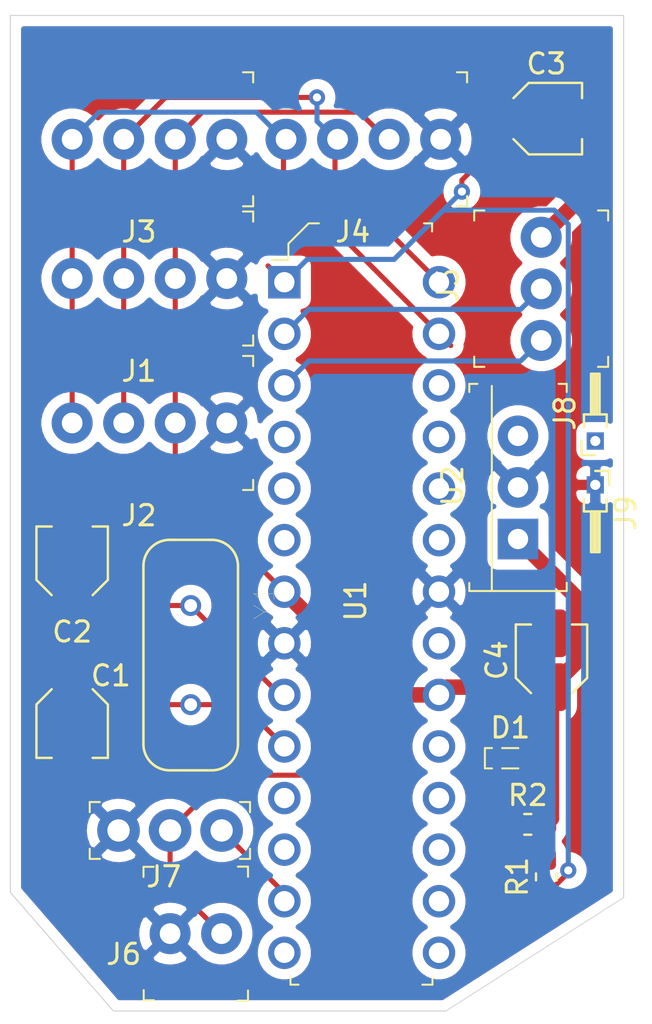
<source format=kicad_pcb>
(kicad_pcb (version 20171130) (host pcbnew "(5.1.6-0-10_14)")

  (general
    (thickness 1.6)
    (drawings 11)
    (tracks 81)
    (zones 0)
    (modules 19)
    (nets 30)
  )

  (page A4)
  (layers
    (0 F.Cu signal)
    (31 B.Cu signal)
    (32 B.Adhes user)
    (33 F.Adhes user)
    (34 B.Paste user)
    (35 F.Paste user)
    (36 B.SilkS user)
    (37 F.SilkS user)
    (38 B.Mask user)
    (39 F.Mask user)
    (40 Dwgs.User user)
    (41 Cmts.User user)
    (42 Eco1.User user)
    (43 Eco2.User user)
    (44 Edge.Cuts user)
    (45 Margin user)
    (46 B.CrtYd user)
    (47 F.CrtYd user)
    (48 B.Fab user)
    (49 F.Fab user)
  )

  (setup
    (last_trace_width 0.25)
    (user_trace_width 0.762)
    (trace_clearance 0.2)
    (zone_clearance 0.508)
    (zone_45_only no)
    (trace_min 0.2)
    (via_size 0.8)
    (via_drill 0.4)
    (via_min_size 0.4)
    (via_min_drill 0.3)
    (uvia_size 0.3)
    (uvia_drill 0.1)
    (uvias_allowed no)
    (uvia_min_size 0.2)
    (uvia_min_drill 0.1)
    (edge_width 0.05)
    (segment_width 0.2)
    (pcb_text_width 0.3)
    (pcb_text_size 1.5 1.5)
    (mod_edge_width 0.12)
    (mod_text_size 1 1)
    (mod_text_width 0.15)
    (pad_size 1.524 1.524)
    (pad_drill 0.762)
    (pad_to_mask_clearance 0.05)
    (aux_axis_origin 0 0)
    (visible_elements FFFFFF7F)
    (pcbplotparams
      (layerselection 0x010fc_ffffffff)
      (usegerberextensions false)
      (usegerberattributes true)
      (usegerberadvancedattributes true)
      (creategerberjobfile true)
      (excludeedgelayer true)
      (linewidth 0.100000)
      (plotframeref false)
      (viasonmask false)
      (mode 1)
      (useauxorigin false)
      (hpglpennumber 1)
      (hpglpenspeed 20)
      (hpglpendiameter 15.000000)
      (psnegative false)
      (psa4output false)
      (plotreference true)
      (plotvalue true)
      (plotinvisibletext false)
      (padsonsilk false)
      (subtractmaskfromsilk false)
      (outputformat 1)
      (mirror false)
      (drillshape 1)
      (scaleselection 1)
      (outputdirectory ""))
  )

  (net 0 "")
  (net 1 GND)
  (net 2 "Net-(C1-Pad1)")
  (net 3 "Net-(C2-Pad1)")
  (net 4 "Net-(C3-Pad2)")
  (net 5 "Net-(C3-Pad1)")
  (net 6 "Net-(C4-Pad1)")
  (net 7 "Net-(J1-Pad4)")
  (net 8 "Net-(J1-Pad3)")
  (net 9 "Net-(J5-Pad2)")
  (net 10 "Net-(J5-Pad1)")
  (net 11 "Net-(J7-Pad1)")
  (net 12 "Net-(U1-Pad26)")
  (net 13 "Net-(U1-Pad25)")
  (net 14 "Net-(U1-Pad24)")
  (net 15 "Net-(U1-Pad23)")
  (net 16 "Net-(U1-Pad21)")
  (net 17 "Net-(U1-Pad19)")
  (net 18 "Net-(U1-Pad18)")
  (net 19 "Net-(U1-Pad17)")
  (net 20 "Net-(U1-Pad16)")
  (net 21 "Net-(U1-Pad15)")
  (net 22 "Net-(U1-Pad14)")
  (net 23 "Net-(U1-Pad12)")
  (net 24 "Net-(U1-Pad11)")
  (net 25 "Net-(U1-Pad6)")
  (net 26 "Net-(U1-Pad5)")
  (net 27 "Net-(U1-Pad4)")
  (net 28 VCC)
  (net 29 "Net-(D1-Pad2)")

  (net_class Default "This is the default net class."
    (clearance 0.2)
    (trace_width 0.25)
    (via_dia 0.8)
    (via_drill 0.4)
    (uvia_dia 0.3)
    (uvia_drill 0.1)
    (add_net GND)
    (add_net "Net-(C1-Pad1)")
    (add_net "Net-(C2-Pad1)")
    (add_net "Net-(C3-Pad1)")
    (add_net "Net-(C3-Pad2)")
    (add_net "Net-(C4-Pad1)")
    (add_net "Net-(D1-Pad2)")
    (add_net "Net-(J1-Pad3)")
    (add_net "Net-(J1-Pad4)")
    (add_net "Net-(J5-Pad1)")
    (add_net "Net-(J5-Pad2)")
    (add_net "Net-(J7-Pad1)")
    (add_net "Net-(U1-Pad11)")
    (add_net "Net-(U1-Pad12)")
    (add_net "Net-(U1-Pad14)")
    (add_net "Net-(U1-Pad15)")
    (add_net "Net-(U1-Pad16)")
    (add_net "Net-(U1-Pad17)")
    (add_net "Net-(U1-Pad18)")
    (add_net "Net-(U1-Pad19)")
    (add_net "Net-(U1-Pad21)")
    (add_net "Net-(U1-Pad23)")
    (add_net "Net-(U1-Pad24)")
    (add_net "Net-(U1-Pad25)")
    (add_net "Net-(U1-Pad26)")
    (add_net "Net-(U1-Pad4)")
    (add_net "Net-(U1-Pad5)")
    (add_net "Net-(U1-Pad6)")
    (add_net VCC)
  )

  (module Connector_PinHeader_1.00mm:PinHeader_1x01_P1.00mm_Horizontal (layer F.Cu) (tedit 59FED737) (tstamp 5F241FC4)
    (at 138.049 99.314 270)
    (descr "Through hole angled pin header, 1x01, 1.00mm pitch, 2.0mm pin length, single row")
    (tags "Through hole angled pin header THT 1x01 1.00mm single row")
    (path /5F253766)
    (fp_text reference J9 (at 1.375 -1.5 90) (layer F.SilkS)
      (effects (font (size 1 1) (thickness 0.15)))
    )
    (fp_text value Conn_01x01_Female (at 1.375 1.5 90) (layer F.Fab)
      (effects (font (size 1 1) (thickness 0.15)))
    )
    (fp_text user %R (at 0.75 0) (layer F.Fab)
      (effects (font (size 0.6 0.6) (thickness 0.09)))
    )
    (fp_line (start 0.5 -0.5) (end 1.25 -0.5) (layer F.Fab) (width 0.1))
    (fp_line (start 1.25 -0.5) (end 1.25 0.5) (layer F.Fab) (width 0.1))
    (fp_line (start 1.25 0.5) (end 0.25 0.5) (layer F.Fab) (width 0.1))
    (fp_line (start 0.25 0.5) (end 0.25 -0.25) (layer F.Fab) (width 0.1))
    (fp_line (start 0.25 -0.25) (end 0.5 -0.5) (layer F.Fab) (width 0.1))
    (fp_line (start -0.15 -0.15) (end 0.25 -0.15) (layer F.Fab) (width 0.1))
    (fp_line (start -0.15 -0.15) (end -0.15 0.15) (layer F.Fab) (width 0.1))
    (fp_line (start -0.15 0.15) (end 0.25 0.15) (layer F.Fab) (width 0.1))
    (fp_line (start 1.25 -0.15) (end 3.25 -0.15) (layer F.Fab) (width 0.1))
    (fp_line (start 3.25 -0.15) (end 3.25 0.15) (layer F.Fab) (width 0.1))
    (fp_line (start 1.25 0.15) (end 3.25 0.15) (layer F.Fab) (width 0.1))
    (fp_line (start 0.685 -0.56) (end 1.31 -0.56) (layer F.SilkS) (width 0.12))
    (fp_line (start 1.31 -0.56) (end 1.31 0.56) (layer F.SilkS) (width 0.12))
    (fp_line (start 1.31 0.56) (end 0.685 0.56) (layer F.SilkS) (width 0.12))
    (fp_line (start 1.31 -0.21) (end 3.31 -0.21) (layer F.SilkS) (width 0.12))
    (fp_line (start 3.31 -0.21) (end 3.31 0.21) (layer F.SilkS) (width 0.12))
    (fp_line (start 3.31 0.21) (end 1.31 0.21) (layer F.SilkS) (width 0.12))
    (fp_line (start 1.31 -0.15) (end 3.31 -0.15) (layer F.SilkS) (width 0.12))
    (fp_line (start 1.31 -0.03) (end 3.31 -0.03) (layer F.SilkS) (width 0.12))
    (fp_line (start 1.31 0.09) (end 3.31 0.09) (layer F.SilkS) (width 0.12))
    (fp_line (start -0.685 0) (end -0.685 -0.685) (layer F.SilkS) (width 0.12))
    (fp_line (start -0.685 -0.685) (end 0 -0.685) (layer F.SilkS) (width 0.12))
    (fp_line (start -1 -1) (end -1 1) (layer F.CrtYd) (width 0.05))
    (fp_line (start -1 1) (end 3.75 1) (layer F.CrtYd) (width 0.05))
    (fp_line (start 3.75 1) (end 3.75 -1) (layer F.CrtYd) (width 0.05))
    (fp_line (start 3.75 -1) (end -1 -1) (layer F.CrtYd) (width 0.05))
    (pad 1 thru_hole rect (at 0 0 270) (size 0.85 0.85) (drill 0.5) (layers *.Cu *.Mask)
      (net 1 GND))
    (model ${KISYS3DMOD}/Connector_PinHeader_1.00mm.3dshapes/PinHeader_1x01_P1.00mm_Horizontal.wrl
      (at (xyz 0 0 0))
      (scale (xyz 1 1 1))
      (rotate (xyz 0 0 0))
    )
  )

  (module Connector_PinHeader_1.00mm:PinHeader_1x01_P1.00mm_Horizontal (layer F.Cu) (tedit 59FED737) (tstamp 5F241F61)
    (at 138.049 97.155 90)
    (descr "Through hole angled pin header, 1x01, 1.00mm pitch, 2.0mm pin length, single row")
    (tags "Through hole angled pin header THT 1x01 1.00mm single row")
    (path /5F24D32D)
    (fp_text reference J8 (at 1.375 -1.5 90) (layer F.SilkS)
      (effects (font (size 1 1) (thickness 0.15)))
    )
    (fp_text value Conn_01x01_Female (at 1.375 1.5 90) (layer F.Fab)
      (effects (font (size 1 1) (thickness 0.15)))
    )
    (fp_text user %R (at 0.75 0) (layer F.Fab)
      (effects (font (size 0.6 0.6) (thickness 0.09)))
    )
    (fp_line (start 0.5 -0.5) (end 1.25 -0.5) (layer F.Fab) (width 0.1))
    (fp_line (start 1.25 -0.5) (end 1.25 0.5) (layer F.Fab) (width 0.1))
    (fp_line (start 1.25 0.5) (end 0.25 0.5) (layer F.Fab) (width 0.1))
    (fp_line (start 0.25 0.5) (end 0.25 -0.25) (layer F.Fab) (width 0.1))
    (fp_line (start 0.25 -0.25) (end 0.5 -0.5) (layer F.Fab) (width 0.1))
    (fp_line (start -0.15 -0.15) (end 0.25 -0.15) (layer F.Fab) (width 0.1))
    (fp_line (start -0.15 -0.15) (end -0.15 0.15) (layer F.Fab) (width 0.1))
    (fp_line (start -0.15 0.15) (end 0.25 0.15) (layer F.Fab) (width 0.1))
    (fp_line (start 1.25 -0.15) (end 3.25 -0.15) (layer F.Fab) (width 0.1))
    (fp_line (start 3.25 -0.15) (end 3.25 0.15) (layer F.Fab) (width 0.1))
    (fp_line (start 1.25 0.15) (end 3.25 0.15) (layer F.Fab) (width 0.1))
    (fp_line (start 0.685 -0.56) (end 1.31 -0.56) (layer F.SilkS) (width 0.12))
    (fp_line (start 1.31 -0.56) (end 1.31 0.56) (layer F.SilkS) (width 0.12))
    (fp_line (start 1.31 0.56) (end 0.685 0.56) (layer F.SilkS) (width 0.12))
    (fp_line (start 1.31 -0.21) (end 3.31 -0.21) (layer F.SilkS) (width 0.12))
    (fp_line (start 3.31 -0.21) (end 3.31 0.21) (layer F.SilkS) (width 0.12))
    (fp_line (start 3.31 0.21) (end 1.31 0.21) (layer F.SilkS) (width 0.12))
    (fp_line (start 1.31 -0.15) (end 3.31 -0.15) (layer F.SilkS) (width 0.12))
    (fp_line (start 1.31 -0.03) (end 3.31 -0.03) (layer F.SilkS) (width 0.12))
    (fp_line (start 1.31 0.09) (end 3.31 0.09) (layer F.SilkS) (width 0.12))
    (fp_line (start -0.685 0) (end -0.685 -0.685) (layer F.SilkS) (width 0.12))
    (fp_line (start -0.685 -0.685) (end 0 -0.685) (layer F.SilkS) (width 0.12))
    (fp_line (start -1 -1) (end -1 1) (layer F.CrtYd) (width 0.05))
    (fp_line (start -1 1) (end 3.75 1) (layer F.CrtYd) (width 0.05))
    (fp_line (start 3.75 1) (end 3.75 -1) (layer F.CrtYd) (width 0.05))
    (fp_line (start 3.75 -1) (end -1 -1) (layer F.CrtYd) (width 0.05))
    (pad 1 thru_hole rect (at 0 0 90) (size 0.85 0.85) (drill 0.5) (layers *.Cu *.Mask)
      (net 28 VCC))
    (model ${KISYS3DMOD}/Connector_PinHeader_1.00mm.3dshapes/PinHeader_1x01_P1.00mm_Horizontal.wrl
      (at (xyz 0 0 0))
      (scale (xyz 1 1 1))
      (rotate (xyz 0 0 0))
    )
  )

  (module Resistor_SMD:R_0603_1608Metric_Pad1.05x0.95mm_HandSolder (layer F.Cu) (tedit 5B301BBD) (tstamp 5F21CD14)
    (at 134.722 116.032)
    (descr "Resistor SMD 0603 (1608 Metric), square (rectangular) end terminal, IPC_7351 nominal with elongated pad for handsoldering. (Body size source: http://www.tortai-tech.com/upload/download/2011102023233369053.pdf), generated with kicad-footprint-generator")
    (tags "resistor handsolder")
    (path /5F226DFE)
    (attr smd)
    (fp_text reference R2 (at 0 -1.43) (layer F.SilkS)
      (effects (font (size 1 1) (thickness 0.15)))
    )
    (fp_text value 220 (at 0 1.43) (layer F.Fab)
      (effects (font (size 1 1) (thickness 0.15)))
    )
    (fp_line (start -0.8 0.4) (end -0.8 -0.4) (layer F.Fab) (width 0.1))
    (fp_line (start -0.8 -0.4) (end 0.8 -0.4) (layer F.Fab) (width 0.1))
    (fp_line (start 0.8 -0.4) (end 0.8 0.4) (layer F.Fab) (width 0.1))
    (fp_line (start 0.8 0.4) (end -0.8 0.4) (layer F.Fab) (width 0.1))
    (fp_line (start -0.171267 -0.51) (end 0.171267 -0.51) (layer F.SilkS) (width 0.12))
    (fp_line (start -0.171267 0.51) (end 0.171267 0.51) (layer F.SilkS) (width 0.12))
    (fp_line (start -1.65 0.73) (end -1.65 -0.73) (layer F.CrtYd) (width 0.05))
    (fp_line (start -1.65 -0.73) (end 1.65 -0.73) (layer F.CrtYd) (width 0.05))
    (fp_line (start 1.65 -0.73) (end 1.65 0.73) (layer F.CrtYd) (width 0.05))
    (fp_line (start 1.65 0.73) (end -1.65 0.73) (layer F.CrtYd) (width 0.05))
    (fp_text user %R (at 0 0) (layer F.Fab)
      (effects (font (size 0.4 0.4) (thickness 0.06)))
    )
    (pad 2 smd roundrect (at 0.875 0) (size 1.05 0.95) (layers F.Cu F.Paste F.Mask) (roundrect_rratio 0.25)
      (net 6 "Net-(C4-Pad1)"))
    (pad 1 smd roundrect (at -0.875 0) (size 1.05 0.95) (layers F.Cu F.Paste F.Mask) (roundrect_rratio 0.25)
      (net 29 "Net-(D1-Pad2)"))
    (model ${KISYS3DMOD}/Resistor_SMD.3dshapes/R_0603_1608Metric.wrl
      (at (xyz 0 0 0))
      (scale (xyz 1 1 1))
      (rotate (xyz 0 0 0))
    )
  )

  (module Resistor_SMD:R_0603_1608Metric_Pad1.05x0.95mm_HandSolder (layer F.Cu) (tedit 5B301BBD) (tstamp 5F21D84B)
    (at 135.636 118.618 90)
    (descr "Resistor SMD 0603 (1608 Metric), square (rectangular) end terminal, IPC_7351 nominal with elongated pad for handsoldering. (Body size source: http://www.tortai-tech.com/upload/download/2011102023233369053.pdf), generated with kicad-footprint-generator")
    (tags "resistor handsolder")
    (path /5F23B3A2)
    (attr smd)
    (fp_text reference R1 (at 0 -1.43 90) (layer F.SilkS)
      (effects (font (size 1 1) (thickness 0.15)))
    )
    (fp_text value 220 (at 0 1.43 90) (layer F.Fab)
      (effects (font (size 1 1) (thickness 0.15)))
    )
    (fp_line (start -0.8 0.4) (end -0.8 -0.4) (layer F.Fab) (width 0.1))
    (fp_line (start -0.8 -0.4) (end 0.8 -0.4) (layer F.Fab) (width 0.1))
    (fp_line (start 0.8 -0.4) (end 0.8 0.4) (layer F.Fab) (width 0.1))
    (fp_line (start 0.8 0.4) (end -0.8 0.4) (layer F.Fab) (width 0.1))
    (fp_line (start -0.171267 -0.51) (end 0.171267 -0.51) (layer F.SilkS) (width 0.12))
    (fp_line (start -0.171267 0.51) (end 0.171267 0.51) (layer F.SilkS) (width 0.12))
    (fp_line (start -1.65 0.73) (end -1.65 -0.73) (layer F.CrtYd) (width 0.05))
    (fp_line (start -1.65 -0.73) (end 1.65 -0.73) (layer F.CrtYd) (width 0.05))
    (fp_line (start 1.65 -0.73) (end 1.65 0.73) (layer F.CrtYd) (width 0.05))
    (fp_line (start 1.65 0.73) (end -1.65 0.73) (layer F.CrtYd) (width 0.05))
    (fp_text user %R (at 0 0 90) (layer F.Fab)
      (effects (font (size 0.4 0.4) (thickness 0.06)))
    )
    (pad 2 smd roundrect (at 0.875 0 90) (size 1.05 0.95) (layers F.Cu F.Paste F.Mask) (roundrect_rratio 0.25)
      (net 6 "Net-(C4-Pad1)"))
    (pad 1 smd roundrect (at -0.875 0 90) (size 1.05 0.95) (layers F.Cu F.Paste F.Mask) (roundrect_rratio 0.25)
      (net 5 "Net-(C3-Pad1)"))
    (model ${KISYS3DMOD}/Resistor_SMD.3dshapes/R_0603_1608Metric.wrl
      (at (xyz 0 0 0))
      (scale (xyz 1 1 1))
      (rotate (xyz 0 0 0))
    )
  )

  (module digikey-footprints:PinHeader_1x2_P2.54mm_Drill1.02mm (layer F.Cu) (tedit 5A4BC55F) (tstamp 5F21178E)
    (at 119.634 121.412 180)
    (descr http://www.molex.com/pdm_docs/sd/022232031_sd.pdf)
    (path /5F29A653)
    (fp_text reference J6 (at 4.826 -1.016) (layer F.SilkS)
      (effects (font (size 1 1) (thickness 0.15)))
    )
    (fp_text value 22-23-2021 (at 1.23 4.72) (layer F.Fab)
      (effects (font (size 1 1) (thickness 0.15)))
    )
    (fp_line (start 3.98 3.42) (end -1.45 3.42) (layer F.CrtYd) (width 0.05))
    (fp_line (start -1.45 -3.42) (end -1.45 3.42) (layer F.CrtYd) (width 0.05))
    (fp_line (start 3.98 -3.42) (end 3.98 3.42) (layer F.CrtYd) (width 0.05))
    (fp_line (start 3.98 -3.42) (end -1.45 -3.42) (layer F.CrtYd) (width 0.05))
    (fp_line (start 3.84 -3.28) (end 3.84 -2.78) (layer F.SilkS) (width 0.1))
    (fp_line (start 3.84 -3.28) (end 3.34 -3.28) (layer F.SilkS) (width 0.1))
    (fp_line (start -1.3 -3.3) (end -1.3 -2.8) (layer F.SilkS) (width 0.1))
    (fp_line (start -1.3 -3.3) (end -0.8 -3.3) (layer F.SilkS) (width 0.1))
    (fp_line (start -1.3 3.3) (end -1.3 2.8) (layer F.SilkS) (width 0.1))
    (fp_line (start -1.3 3.3) (end -0.8 3.3) (layer F.SilkS) (width 0.1))
    (fp_line (start 3.85 3.29) (end 3.85 2.79) (layer F.SilkS) (width 0.1))
    (fp_line (start 3.85 3.29) (end 3.35 3.29) (layer F.SilkS) (width 0.1))
    (fp_line (start -1.2 3.17) (end 3.73 3.17) (layer F.Fab) (width 0.1))
    (fp_line (start 3.73 -3.17) (end 3.73 3.17) (layer F.Fab) (width 0.1))
    (fp_line (start -1.2 -3.17) (end -1.2 3.17) (layer F.Fab) (width 0.1))
    (fp_line (start -1.2 -3.17) (end 3.73 -3.17) (layer F.Fab) (width 0.1))
    (fp_text user %R (at 1.25 0.03) (layer F.Fab)
      (effects (font (size 1 1) (thickness 0.15)))
    )
    (pad 2 thru_hole circle (at 2.54 0 180) (size 2.02 2.02) (drill 1.02) (layers *.Cu *.Mask)
      (net 1 GND))
    (pad 1 thru_hole circle (at 0 0 180) (size 2.02 2.02) (drill 1.02) (layers *.Cu *.Mask)
      (net 6 "Net-(C4-Pad1)"))
  )

  (module digikey-footprints:TO-220-3 (layer F.Cu) (tedit 5AFA02CB) (tstamp 5F211803)
    (at 134.239 101.981 90)
    (descr http://www.st.com/content/ccc/resource/technical/document/datasheet/f9/ed/f5/44/26/b9/43/a4/CD00000911.pdf/files/CD00000911.pdf/jcr:content/translations/en.CD00000911.pdf)
    (path /5F21E1E3)
    (fp_text reference U2 (at 2.62 -3.22 90) (layer F.SilkS)
      (effects (font (size 1 1) (thickness 0.15)))
    )
    (fp_text value L4931CZ50-AP (at 2.27 3.63 90) (layer F.Fab)
      (effects (font (size 1 1) (thickness 0.15)))
    )
    (fp_line (start -2.46 2.25) (end 7.54 2.25) (layer F.Fab) (width 0.1))
    (fp_line (start -2.46 -2.25) (end 7.54 -2.25) (layer F.Fab) (width 0.1))
    (fp_line (start -2.46 -2.25) (end -2.46 2.25) (layer F.Fab) (width 0.1))
    (fp_line (start 7.54 2.25) (end 7.54 -2.25) (layer F.Fab) (width 0.1))
    (fp_line (start 7.64 -2.4) (end 7.64 -2) (layer F.SilkS) (width 0.1))
    (fp_line (start 7.24 -2.4) (end 7.64 -2.4) (layer F.SilkS) (width 0.1))
    (fp_line (start -2.56 -2.4) (end -2.16 -2.4) (layer F.SilkS) (width 0.1))
    (fp_line (start -2.56 -2.4) (end -2.56 -2) (layer F.SilkS) (width 0.1))
    (fp_line (start -2.56 2.4) (end -2.16 2.4) (layer F.SilkS) (width 0.1))
    (fp_line (start -2.56 2.4) (end -2.56 -2) (layer F.SilkS) (width 0.1))
    (fp_line (start 7.64 2.4) (end 7.24 2.4) (layer F.SilkS) (width 0.1))
    (fp_line (start 7.64 2.4) (end 7.64 2) (layer F.SilkS) (width 0.1))
    (fp_line (start 7.79 -2.5) (end 7.79 2.5) (layer F.CrtYd) (width 0.05))
    (fp_line (start -2.71 -2.5) (end -2.71 2.5) (layer F.CrtYd) (width 0.05))
    (fp_line (start -2.71 -2.5) (end 7.79 -2.5) (layer F.CrtYd) (width 0.05))
    (fp_line (start -2.71 2.5) (end 7.79 2.5) (layer F.CrtYd) (width 0.05))
    (fp_line (start -2.45 -1.3) (end 7.54 -1.3) (layer F.Fab) (width 0.1))
    (fp_line (start -2.56 -1.29) (end 7.54 -1.29) (layer F.SilkS) (width 0.1))
    (fp_text user %R (at 2.52 -0.01 90) (layer F.Fab)
      (effects (font (size 1 1) (thickness 0.15)))
    )
    (pad 3 thru_hole circle (at 5.08 0 90) (size 2 2) (drill 1) (layers *.Cu *.Mask)
      (net 28 VCC))
    (pad 2 thru_hole circle (at 2.54 0 90) (size 2 2) (drill 1) (layers *.Cu *.Mask)
      (net 1 GND))
    (pad 1 thru_hole rect (at 0 0 90) (size 2 2) (drill 1) (layers *.Cu *.Mask)
      (net 6 "Net-(C4-Pad1)"))
  )

  (module digikey-footprints:PinHeader_1x3_P2.54mm_Drill1.02mm (layer F.Cu) (tedit 5A43C851) (tstamp 5F211777)
    (at 135.382 92.202 90)
    (descr http://www.molex.com/pdm_docs/sd/022232031_sd.pdf)
    (path /5F274F0A)
    (fp_text reference J5 (at 2.71 -4.59 90) (layer F.SilkS)
      (effects (font (size 1 1) (thickness 0.15)))
    )
    (fp_text value 640456-3 (at 2.82 4.63 90) (layer F.Fab)
      (effects (font (size 1 1) (thickness 0.15)))
    )
    (fp_line (start -1.2 -3.17) (end 6.27 -3.17) (layer F.Fab) (width 0.1))
    (fp_line (start -1.2 -3.17) (end -1.2 3.17) (layer F.Fab) (width 0.1))
    (fp_line (start 6.27 -3.17) (end 6.27 3.17) (layer F.Fab) (width 0.1))
    (fp_line (start -1.2 3.17) (end 6.27 3.17) (layer F.Fab) (width 0.1))
    (fp_line (start 6.4 3.3) (end 5.9 3.3) (layer F.SilkS) (width 0.1))
    (fp_line (start 6.4 3.3) (end 6.4 2.8) (layer F.SilkS) (width 0.1))
    (fp_line (start -1.3 3.3) (end -0.8 3.3) (layer F.SilkS) (width 0.1))
    (fp_line (start -1.3 3.3) (end -1.3 2.8) (layer F.SilkS) (width 0.1))
    (fp_line (start -1.3 -3.3) (end -0.8 -3.3) (layer F.SilkS) (width 0.1))
    (fp_line (start -1.3 -3.3) (end -1.3 -2.8) (layer F.SilkS) (width 0.1))
    (fp_line (start 6.4 -3.3) (end 5.9 -3.3) (layer F.SilkS) (width 0.1))
    (fp_line (start 6.4 -3.3) (end 6.4 -2.8) (layer F.SilkS) (width 0.1))
    (fp_line (start 6.52 -3.42) (end -1.45 -3.42) (layer F.CrtYd) (width 0.05))
    (fp_line (start 6.52 -3.42) (end 6.52 3.42) (layer F.CrtYd) (width 0.05))
    (fp_line (start -1.45 -3.42) (end -1.45 3.42) (layer F.CrtYd) (width 0.05))
    (fp_line (start 6.52 3.42) (end -1.45 3.42) (layer F.CrtYd) (width 0.05))
    (fp_text user %R (at 2.54 0 90) (layer F.Fab)
      (effects (font (size 1 1) (thickness 0.15)))
    )
    (pad 3 thru_hole circle (at 5.08 0 90) (size 2.02 2.02) (drill 1.02) (layers *.Cu *.Mask)
      (net 4 "Net-(C3-Pad2)"))
    (pad 2 thru_hole circle (at 2.54 0 90) (size 2.02 2.02) (drill 1.02) (layers *.Cu *.Mask)
      (net 9 "Net-(J5-Pad2)"))
    (pad 1 thru_hole circle (at 0 0 90) (size 2.02 2.02) (drill 1.02) (layers *.Cu *.Mask)
      (net 10 "Net-(J5-Pad1)"))
  )

  (module Capacitor_SMD:C_Elec_3x5.4 (layer F.Cu) (tedit 5BC8D926) (tstamp 5F21170C)
    (at 135.89 107.95 90)
    (descr "SMD capacitor, aluminum electrolytic nonpolar, 3.0x5.4mm")
    (tags "capacitor electrolyic nonpolar")
    (path /5F212B53)
    (attr smd)
    (fp_text reference C4 (at 0 -2.7 90) (layer F.SilkS)
      (effects (font (size 1 1) (thickness 0.15)))
    )
    (fp_text value 10k (at 0 2.7 90) (layer F.Fab)
      (effects (font (size 1 1) (thickness 0.15)))
    )
    (fp_line (start -2.75 1) (end -1.83 1) (layer F.CrtYd) (width 0.05))
    (fp_line (start -2.75 -1) (end -2.75 1) (layer F.CrtYd) (width 0.05))
    (fp_line (start -1.83 -1) (end -2.75 -1) (layer F.CrtYd) (width 0.05))
    (fp_line (start -1.83 -1) (end -0.93 -1.9) (layer F.CrtYd) (width 0.05))
    (fp_line (start -1.83 1) (end -0.93 1.9) (layer F.CrtYd) (width 0.05))
    (fp_line (start -0.93 -1.9) (end 1.9 -1.9) (layer F.CrtYd) (width 0.05))
    (fp_line (start -0.93 1.9) (end 1.9 1.9) (layer F.CrtYd) (width 0.05))
    (fp_line (start 1.9 1) (end 1.9 1.9) (layer F.CrtYd) (width 0.05))
    (fp_line (start 2.75 1) (end 1.9 1) (layer F.CrtYd) (width 0.05))
    (fp_line (start 2.75 -1) (end 2.75 1) (layer F.CrtYd) (width 0.05))
    (fp_line (start 1.9 -1) (end 2.75 -1) (layer F.CrtYd) (width 0.05))
    (fp_line (start 1.9 -1.9) (end 1.9 -1) (layer F.CrtYd) (width 0.05))
    (fp_line (start -1.620563 1.01) (end -0.870563 1.76) (layer F.SilkS) (width 0.12))
    (fp_line (start -1.620563 -1.01) (end -0.870563 -1.76) (layer F.SilkS) (width 0.12))
    (fp_line (start -0.870563 1.76) (end 1.76 1.76) (layer F.SilkS) (width 0.12))
    (fp_line (start -0.870563 -1.76) (end 1.76 -1.76) (layer F.SilkS) (width 0.12))
    (fp_line (start 1.76 -1.76) (end 1.76 -1.01) (layer F.SilkS) (width 0.12))
    (fp_line (start 1.76 1.76) (end 1.76 1.01) (layer F.SilkS) (width 0.12))
    (fp_line (start -1.65 0.825) (end -0.825 1.65) (layer F.Fab) (width 0.1))
    (fp_line (start -1.65 -0.825) (end -0.825 -1.65) (layer F.Fab) (width 0.1))
    (fp_line (start -1.65 -0.825) (end -1.65 0.825) (layer F.Fab) (width 0.1))
    (fp_line (start -0.825 1.65) (end 1.65 1.65) (layer F.Fab) (width 0.1))
    (fp_line (start -0.825 -1.65) (end 1.65 -1.65) (layer F.Fab) (width 0.1))
    (fp_line (start 1.65 -1.65) (end 1.65 1.65) (layer F.Fab) (width 0.1))
    (fp_circle (center 0 0) (end 1.5 0) (layer F.Fab) (width 0.1))
    (fp_text user %R (at 0 0 90) (layer F.Fab)
      (effects (font (size 0.6 0.6) (thickness 0.09)))
    )
    (pad 2 smd roundrect (at 1.325 0 90) (size 2.35 1.5) (layers F.Cu F.Paste F.Mask) (roundrect_rratio 0.166667)
      (net 1 GND))
    (pad 1 smd roundrect (at -1.325 0 90) (size 2.35 1.5) (layers F.Cu F.Paste F.Mask) (roundrect_rratio 0.166667)
      (net 6 "Net-(C4-Pad1)"))
    (model ${KISYS3DMOD}/Capacitor_SMD.3dshapes/C_Elec_3x5.4.wrl
      (at (xyz 0 0 0))
      (scale (xyz 1 1 1))
      (rotate (xyz 0 0 0))
    )
  )

  (module Capacitor_SMD:C_Elec_3x5.4 (layer F.Cu) (tedit 5BC8D926) (tstamp 5F2116A1)
    (at 135.636 81.28)
    (descr "SMD capacitor, aluminum electrolytic nonpolar, 3.0x5.4mm")
    (tags "capacitor electrolyic nonpolar")
    (path /5F28D33F)
    (attr smd)
    (fp_text reference C3 (at 0 -2.7) (layer F.SilkS)
      (effects (font (size 1 1) (thickness 0.15)))
    )
    (fp_text value 104 (at 0 2.7) (layer F.Fab)
      (effects (font (size 1 1) (thickness 0.15)))
    )
    (fp_line (start -2.75 1) (end -1.83 1) (layer F.CrtYd) (width 0.05))
    (fp_line (start -2.75 -1) (end -2.75 1) (layer F.CrtYd) (width 0.05))
    (fp_line (start -1.83 -1) (end -2.75 -1) (layer F.CrtYd) (width 0.05))
    (fp_line (start -1.83 -1) (end -0.93 -1.9) (layer F.CrtYd) (width 0.05))
    (fp_line (start -1.83 1) (end -0.93 1.9) (layer F.CrtYd) (width 0.05))
    (fp_line (start -0.93 -1.9) (end 1.9 -1.9) (layer F.CrtYd) (width 0.05))
    (fp_line (start -0.93 1.9) (end 1.9 1.9) (layer F.CrtYd) (width 0.05))
    (fp_line (start 1.9 1) (end 1.9 1.9) (layer F.CrtYd) (width 0.05))
    (fp_line (start 2.75 1) (end 1.9 1) (layer F.CrtYd) (width 0.05))
    (fp_line (start 2.75 -1) (end 2.75 1) (layer F.CrtYd) (width 0.05))
    (fp_line (start 1.9 -1) (end 2.75 -1) (layer F.CrtYd) (width 0.05))
    (fp_line (start 1.9 -1.9) (end 1.9 -1) (layer F.CrtYd) (width 0.05))
    (fp_line (start -1.620563 1.01) (end -0.870563 1.76) (layer F.SilkS) (width 0.12))
    (fp_line (start -1.620563 -1.01) (end -0.870563 -1.76) (layer F.SilkS) (width 0.12))
    (fp_line (start -0.870563 1.76) (end 1.76 1.76) (layer F.SilkS) (width 0.12))
    (fp_line (start -0.870563 -1.76) (end 1.76 -1.76) (layer F.SilkS) (width 0.12))
    (fp_line (start 1.76 -1.76) (end 1.76 -1.01) (layer F.SilkS) (width 0.12))
    (fp_line (start 1.76 1.76) (end 1.76 1.01) (layer F.SilkS) (width 0.12))
    (fp_line (start -1.65 0.825) (end -0.825 1.65) (layer F.Fab) (width 0.1))
    (fp_line (start -1.65 -0.825) (end -0.825 -1.65) (layer F.Fab) (width 0.1))
    (fp_line (start -1.65 -0.825) (end -1.65 0.825) (layer F.Fab) (width 0.1))
    (fp_line (start -0.825 1.65) (end 1.65 1.65) (layer F.Fab) (width 0.1))
    (fp_line (start -0.825 -1.65) (end 1.65 -1.65) (layer F.Fab) (width 0.1))
    (fp_line (start 1.65 -1.65) (end 1.65 1.65) (layer F.Fab) (width 0.1))
    (fp_circle (center 0 0) (end 1.5 0) (layer F.Fab) (width 0.1))
    (fp_text user %R (at 0 0) (layer F.Fab)
      (effects (font (size 0.6 0.6) (thickness 0.09)))
    )
    (pad 2 smd roundrect (at 1.325 0) (size 2.35 1.5) (layers F.Cu F.Paste F.Mask) (roundrect_rratio 0.166667)
      (net 4 "Net-(C3-Pad2)"))
    (pad 1 smd roundrect (at -1.325 0) (size 2.35 1.5) (layers F.Cu F.Paste F.Mask) (roundrect_rratio 0.166667)
      (net 5 "Net-(C3-Pad1)"))
    (model ${KISYS3DMOD}/Capacitor_SMD.3dshapes/C_Elec_3x5.4.wrl
      (at (xyz 0 0 0))
      (scale (xyz 1 1 1))
      (rotate (xyz 0 0 0))
    )
  )

  (module Capacitor_SMD:C_Elec_3x5.4 (layer F.Cu) (tedit 5BC8D926) (tstamp 5F211636)
    (at 112.268 103.124 90)
    (descr "SMD capacitor, aluminum electrolytic nonpolar, 3.0x5.4mm")
    (tags "capacitor electrolyic nonpolar")
    (path /5F216E22)
    (attr smd)
    (fp_text reference C2 (at -3.429 0 180) (layer F.SilkS)
      (effects (font (size 1 1) (thickness 0.15)))
    )
    (fp_text value 22 (at 0 2.7 90) (layer F.Fab)
      (effects (font (size 1 1) (thickness 0.15)))
    )
    (fp_line (start -2.75 1) (end -1.83 1) (layer F.CrtYd) (width 0.05))
    (fp_line (start -2.75 -1) (end -2.75 1) (layer F.CrtYd) (width 0.05))
    (fp_line (start -1.83 -1) (end -2.75 -1) (layer F.CrtYd) (width 0.05))
    (fp_line (start -1.83 -1) (end -0.93 -1.9) (layer F.CrtYd) (width 0.05))
    (fp_line (start -1.83 1) (end -0.93 1.9) (layer F.CrtYd) (width 0.05))
    (fp_line (start -0.93 -1.9) (end 1.9 -1.9) (layer F.CrtYd) (width 0.05))
    (fp_line (start -0.93 1.9) (end 1.9 1.9) (layer F.CrtYd) (width 0.05))
    (fp_line (start 1.9 1) (end 1.9 1.9) (layer F.CrtYd) (width 0.05))
    (fp_line (start 2.75 1) (end 1.9 1) (layer F.CrtYd) (width 0.05))
    (fp_line (start 2.75 -1) (end 2.75 1) (layer F.CrtYd) (width 0.05))
    (fp_line (start 1.9 -1) (end 2.75 -1) (layer F.CrtYd) (width 0.05))
    (fp_line (start 1.9 -1.9) (end 1.9 -1) (layer F.CrtYd) (width 0.05))
    (fp_line (start -1.620563 1.01) (end -0.870563 1.76) (layer F.SilkS) (width 0.12))
    (fp_line (start -1.620563 -1.01) (end -0.870563 -1.76) (layer F.SilkS) (width 0.12))
    (fp_line (start -0.870563 1.76) (end 1.76 1.76) (layer F.SilkS) (width 0.12))
    (fp_line (start -0.870563 -1.76) (end 1.76 -1.76) (layer F.SilkS) (width 0.12))
    (fp_line (start 1.76 -1.76) (end 1.76 -1.01) (layer F.SilkS) (width 0.12))
    (fp_line (start 1.76 1.76) (end 1.76 1.01) (layer F.SilkS) (width 0.12))
    (fp_line (start -1.65 0.825) (end -0.825 1.65) (layer F.Fab) (width 0.1))
    (fp_line (start -1.65 -0.825) (end -0.825 -1.65) (layer F.Fab) (width 0.1))
    (fp_line (start -1.65 -0.825) (end -1.65 0.825) (layer F.Fab) (width 0.1))
    (fp_line (start -0.825 1.65) (end 1.65 1.65) (layer F.Fab) (width 0.1))
    (fp_line (start -0.825 -1.65) (end 1.65 -1.65) (layer F.Fab) (width 0.1))
    (fp_line (start 1.65 -1.65) (end 1.65 1.65) (layer F.Fab) (width 0.1))
    (fp_circle (center 0 0) (end 1.5 0) (layer F.Fab) (width 0.1))
    (fp_text user %R (at 0 0 90) (layer F.Fab)
      (effects (font (size 0.6 0.6) (thickness 0.09)))
    )
    (pad 2 smd roundrect (at 1.325 0 90) (size 2.35 1.5) (layers F.Cu F.Paste F.Mask) (roundrect_rratio 0.166667)
      (net 1 GND))
    (pad 1 smd roundrect (at -1.325 0 90) (size 2.35 1.5) (layers F.Cu F.Paste F.Mask) (roundrect_rratio 0.166667)
      (net 3 "Net-(C2-Pad1)"))
    (model ${KISYS3DMOD}/Capacitor_SMD.3dshapes/C_Elec_3x5.4.wrl
      (at (xyz 0 0 0))
      (scale (xyz 1 1 1))
      (rotate (xyz 0 0 0))
    )
  )

  (module Capacitor_SMD:C_Elec_3x5.4 (layer F.Cu) (tedit 5BC8D926) (tstamp 5F2115CB)
    (at 112.268 110.998 270)
    (descr "SMD capacitor, aluminum electrolytic nonpolar, 3.0x5.4mm")
    (tags "capacitor electrolyic nonpolar")
    (path /5F211C67)
    (attr smd)
    (fp_text reference C1 (at -2.286 -1.905 180) (layer F.SilkS)
      (effects (font (size 1 1) (thickness 0.15)))
    )
    (fp_text value 22pf (at 0.254 -2.667 90) (layer F.Fab)
      (effects (font (size 1 1) (thickness 0.15)))
    )
    (fp_line (start -2.75 1) (end -1.83 1) (layer F.CrtYd) (width 0.05))
    (fp_line (start -2.75 -1) (end -2.75 1) (layer F.CrtYd) (width 0.05))
    (fp_line (start -1.83 -1) (end -2.75 -1) (layer F.CrtYd) (width 0.05))
    (fp_line (start -1.83 -1) (end -0.93 -1.9) (layer F.CrtYd) (width 0.05))
    (fp_line (start -1.83 1) (end -0.93 1.9) (layer F.CrtYd) (width 0.05))
    (fp_line (start -0.93 -1.9) (end 1.9 -1.9) (layer F.CrtYd) (width 0.05))
    (fp_line (start -0.93 1.9) (end 1.9 1.9) (layer F.CrtYd) (width 0.05))
    (fp_line (start 1.9 1) (end 1.9 1.9) (layer F.CrtYd) (width 0.05))
    (fp_line (start 2.75 1) (end 1.9 1) (layer F.CrtYd) (width 0.05))
    (fp_line (start 2.75 -1) (end 2.75 1) (layer F.CrtYd) (width 0.05))
    (fp_line (start 1.9 -1) (end 2.75 -1) (layer F.CrtYd) (width 0.05))
    (fp_line (start 1.9 -1.9) (end 1.9 -1) (layer F.CrtYd) (width 0.05))
    (fp_line (start -1.620563 1.01) (end -0.870563 1.76) (layer F.SilkS) (width 0.12))
    (fp_line (start -1.620563 -1.01) (end -0.870563 -1.76) (layer F.SilkS) (width 0.12))
    (fp_line (start -0.870563 1.76) (end 1.76 1.76) (layer F.SilkS) (width 0.12))
    (fp_line (start -0.870563 -1.76) (end 1.76 -1.76) (layer F.SilkS) (width 0.12))
    (fp_line (start 1.76 -1.76) (end 1.76 -1.01) (layer F.SilkS) (width 0.12))
    (fp_line (start 1.76 1.76) (end 1.76 1.01) (layer F.SilkS) (width 0.12))
    (fp_line (start -1.65 0.825) (end -0.825 1.65) (layer F.Fab) (width 0.1))
    (fp_line (start -1.65 -0.825) (end -0.825 -1.65) (layer F.Fab) (width 0.1))
    (fp_line (start -1.65 -0.825) (end -1.65 0.825) (layer F.Fab) (width 0.1))
    (fp_line (start -0.825 1.65) (end 1.65 1.65) (layer F.Fab) (width 0.1))
    (fp_line (start -0.825 -1.65) (end 1.65 -1.65) (layer F.Fab) (width 0.1))
    (fp_line (start 1.65 -1.65) (end 1.65 1.65) (layer F.Fab) (width 0.1))
    (fp_circle (center 0 0) (end 1.5 0) (layer F.Fab) (width 0.1))
    (fp_text user %R (at 0 0 90) (layer F.Fab)
      (effects (font (size 0.6 0.6) (thickness 0.09)))
    )
    (pad 2 smd roundrect (at 1.325 0 270) (size 2.35 1.5) (layers F.Cu F.Paste F.Mask) (roundrect_rratio 0.166667)
      (net 1 GND))
    (pad 1 smd roundrect (at -1.325 0 270) (size 2.35 1.5) (layers F.Cu F.Paste F.Mask) (roundrect_rratio 0.166667)
      (net 2 "Net-(C1-Pad1)"))
    (model ${KISYS3DMOD}/Capacitor_SMD.3dshapes/C_Elec_3x5.4.wrl
      (at (xyz 0 0 0))
      (scale (xyz 1 1 1))
      (rotate (xyz 0 0 0))
    )
  )

  (module ECS-160-18-4XEN:XTAL_ECS-160-18-4XEN (layer F.Cu) (tedit 5F206AF0) (tstamp 5F211821)
    (at 118.11 107.696 270)
    (path /5F20C8CC)
    (fp_text reference Y1 (at -2.597085 -3.637935 90) (layer F.SilkS)
      (effects (font (size 1.000811 1.000811) (thickness 0.015)))
    )
    (fp_text value 16.0000MHz (at 6.94338 3.749205 90) (layer F.Fab)
      (effects (font (size 1.001929 1.001929) (thickness 0.015)))
    )
    (fp_line (start 5.675 -1.01) (end 5.675 1.01) (layer F.Fab) (width 0.127))
    (fp_line (start 4.405 2.33) (end -4.405 2.33) (layer F.Fab) (width 0.127))
    (fp_line (start -5.675 1.01) (end -5.675 -1.01) (layer F.Fab) (width 0.127))
    (fp_line (start -4.405 -2.33) (end 4.405 -2.33) (layer F.Fab) (width 0.127))
    (fp_line (start 5.675 -1.01) (end 5.675 1.01) (layer F.SilkS) (width 0.127))
    (fp_line (start 4.405 2.33) (end -4.405 2.33) (layer F.SilkS) (width 0.127))
    (fp_line (start -5.675 1.01) (end -5.675 -1.01) (layer F.SilkS) (width 0.127))
    (fp_line (start -4.405 -2.33) (end 4.405 -2.33) (layer F.SilkS) (width 0.127))
    (fp_line (start 6 -1.01) (end 6 1.01) (layer F.CrtYd) (width 0.05))
    (fp_line (start 4.43 2.58) (end -4.43 2.58) (layer F.CrtYd) (width 0.05))
    (fp_line (start -6 1.01) (end -6 -1.01) (layer F.CrtYd) (width 0.05))
    (fp_line (start -4.43 -2.58) (end 4.43 -2.58) (layer F.CrtYd) (width 0.05))
    (fp_arc (start 4.43 -1.01) (end 6 -1.01) (angle -90) (layer F.CrtYd) (width 0.05))
    (fp_arc (start -4.43 -1.01) (end -4.43 -2.58) (angle -90) (layer F.CrtYd) (width 0.05))
    (fp_arc (start -4.43 1.01) (end -6 1.01) (angle -90) (layer F.CrtYd) (width 0.05))
    (fp_arc (start 4.43 1.01) (end 4.43 2.58) (angle -90) (layer F.CrtYd) (width 0.05))
    (fp_arc (start 4.38 -1.035) (end 5.675 -1.01) (angle -90) (layer F.SilkS) (width 0.127))
    (fp_arc (start -4.38 -1.035) (end -4.405 -2.33) (angle -90) (layer F.SilkS) (width 0.127))
    (fp_arc (start -4.38 1.035) (end -5.675 1.01) (angle -90) (layer F.SilkS) (width 0.127))
    (fp_arc (start 4.38 1.035) (end 4.405 2.33) (angle -90) (layer F.SilkS) (width 0.127))
    (fp_arc (start 4.38 -1.035) (end 5.675 -1.01) (angle -90) (layer F.Fab) (width 0.127))
    (fp_arc (start -4.38 -1.035) (end -4.405 -2.33) (angle -90) (layer F.Fab) (width 0.127))
    (fp_arc (start -4.38 1.035) (end -5.675 1.01) (angle -90) (layer F.Fab) (width 0.127))
    (fp_arc (start 4.38 1.035) (end 4.405 2.33) (angle -90) (layer F.Fab) (width 0.127))
    (pad 2 thru_hole circle (at 2.44 0 270) (size 1.03 1.03) (drill 0.63) (layers *.Cu *.Mask)
      (net 2 "Net-(C1-Pad1)"))
    (pad 1 thru_hole circle (at -2.44 0 270) (size 1.03 1.03) (drill 0.63) (layers *.Cu *.Mask)
      (net 3 "Net-(C2-Pad1)"))
  )

  (module digikey-footprints:LED_2-SMD_No_Lead_1.7x0.8mm (layer F.Cu) (tedit 5D2891B4) (tstamp 5F237775)
    (at 133.858 112.776)
    (path /5F2270F7)
    (attr smd)
    (fp_text reference D1 (at 0 -1.5) (layer F.SilkS)
      (effects (font (size 1 1) (thickness 0.15)))
    )
    (fp_text value LED (at 0 1.75) (layer F.Fab)
      (effects (font (size 1 1) (thickness 0.15)))
    )
    (fp_line (start -0.9 -0.5) (end -1.2 -0.5) (layer F.SilkS) (width 0.1))
    (fp_line (start -1.2 -0.5) (end -1.25 -0.5) (layer F.SilkS) (width 0.1))
    (fp_line (start -1.25 -0.5) (end -1.25 0.5) (layer F.SilkS) (width 0.1))
    (fp_line (start -1.25 0.5) (end -0.9 0.5) (layer F.SilkS) (width 0.1))
    (fp_line (start -1.4 -0.65) (end -1.4 0.65) (layer F.CrtYd) (width 0.05))
    (fp_line (start 1.4 0.65) (end -1.4 0.65) (layer F.CrtYd) (width 0.05))
    (fp_line (start 1.4 -0.65) (end -1.4 -0.65) (layer F.CrtYd) (width 0.05))
    (fp_line (start 1.4 -0.65) (end 1.4 0.65) (layer F.CrtYd) (width 0.05))
    (fp_line (start -0.4 0.5) (end 0.4 0.5) (layer F.SilkS) (width 0.1))
    (fp_line (start -0.4 -0.5) (end 0.4 -0.5) (layer F.SilkS) (width 0.1))
    (fp_line (start -0.85 0.4) (end -0.85 -0.4) (layer F.Fab) (width 0.1))
    (fp_line (start 0.85 -0.4) (end 0.85 0.4) (layer F.Fab) (width 0.1))
    (fp_line (start -0.85 -0.4) (end 0.85 -0.4) (layer F.Fab) (width 0.1))
    (fp_line (start -0.85 0.4) (end 0.85 0.4) (layer F.Fab) (width 0.1))
    (fp_text user %R (at 0 0) (layer F.Fab)
      (effects (font (size 0.25 0.25) (thickness 0.025)))
    )
    (pad 1 smd rect (at -0.75 0) (size 0.8 0.8) (layers F.Cu F.Paste F.Mask)
      (net 1 GND))
    (pad 2 smd rect (at 0.75 0) (size 0.8 0.8) (layers F.Cu F.Paste F.Mask)
      (net 29 "Net-(D1-Pad2)"))
  )

  (module digikey-footprints:PinHeader_1x4_P2.54mm_Drill1.02mm (layer F.Cu) (tedit 5A43C936) (tstamp 5F211721)
    (at 119.888 89.154 180)
    (descr http://www.molex.com/pdm_docs/sd/022232031_sd.pdf)
    (path /5F238124)
    (fp_text reference J1 (at 4.33 -4.56) (layer F.SilkS)
      (effects (font (size 1 1) (thickness 0.15)))
    )
    (fp_text value 0022232041 (at 4.08 4.52) (layer F.Fab)
      (effects (font (size 1 1) (thickness 0.15)))
    )
    (fp_line (start 9.06 -3.42) (end 9.06 3.42) (layer F.CrtYd) (width 0.05))
    (fp_line (start 8.81 -3.17) (end 8.81 3.17) (layer F.Fab) (width 0.1))
    (fp_line (start -1.2 3.17) (end 8.81 3.17) (layer F.Fab) (width 0.1))
    (fp_line (start 9.06 3.42) (end -1.45 3.42) (layer F.CrtYd) (width 0.05))
    (fp_line (start -1.45 -3.42) (end -1.45 3.42) (layer F.CrtYd) (width 0.05))
    (fp_line (start 9.06 -3.42) (end -1.45 -3.42) (layer F.CrtYd) (width 0.05))
    (fp_line (start -1.3 -3.3) (end -1.3 -2.8) (layer F.SilkS) (width 0.1))
    (fp_line (start -1.3 -3.3) (end -0.8 -3.3) (layer F.SilkS) (width 0.1))
    (fp_line (start -1.3 3.3) (end -1.3 2.8) (layer F.SilkS) (width 0.1))
    (fp_line (start -1.3 3.3) (end -0.8 3.3) (layer F.SilkS) (width 0.1))
    (fp_line (start -1.2 -3.17) (end -1.2 3.17) (layer F.Fab) (width 0.1))
    (fp_line (start -1.2 -3.17) (end 8.81 -3.17) (layer F.Fab) (width 0.1))
    (fp_text user %R (at 4.17 0) (layer F.Fab)
      (effects (font (size 1 1) (thickness 0.15)))
    )
    (pad 4 thru_hole circle (at 7.62 0 180) (size 2.02 2.02) (drill 1.02) (layers *.Cu *.Mask)
      (net 7 "Net-(J1-Pad4)"))
    (pad 3 thru_hole circle (at 5.08 0 180) (size 2.02 2.02) (drill 1.02) (layers *.Cu *.Mask)
      (net 8 "Net-(J1-Pad3)"))
    (pad 2 thru_hole circle (at 2.54 0 180) (size 2.02 2.02) (drill 1.02) (layers *.Cu *.Mask)
      (net 6 "Net-(C4-Pad1)"))
    (pad 1 thru_hole circle (at 0 0 180) (size 2.02 2.02) (drill 1.02) (layers *.Cu *.Mask)
      (net 1 GND))
  )

  (module digikey-footprints:DIP-28_W7.62mm (layer F.Cu) (tedit 59C2773E) (tstamp 5F2117ED)
    (at 122.725199 89.336)
    (descr http://www.digikey.com/products/en?formaction=on&lang=en&site=us&KeyWords=296-1956-5-ND)
    (path /5F208BA4)
    (fp_text reference U1 (at 3.512801 15.693 90) (layer F.SilkS)
      (effects (font (size 1 1) (thickness 0.15)))
    )
    (fp_text value ATMEGA328-PU (at 3.512801 27.631 90) (layer F.Fab)
      (effects (font (size 1 1) (thickness 0.15)))
    )
    (fp_line (start 7.3 34.19) (end 7.3 34.59) (layer F.SilkS) (width 0.1))
    (fp_line (start 7.3 34.59) (end 6.8 34.59) (layer F.SilkS) (width 0.1))
    (fp_line (start 0.3 34.19) (end 0.3 34.59) (layer F.SilkS) (width 0.1))
    (fp_line (start 0.3 34.59) (end 0.7 34.59) (layer F.SilkS) (width 0.1))
    (fp_line (start -1.05 34.65) (end 8.68 34.65) (layer F.CrtYd) (width 0.05))
    (fp_line (start -1.05 -2.94) (end 8.67 -2.94) (layer F.CrtYd) (width 0.05))
    (fp_line (start 8.67 -2.94) (end 8.68 34.65) (layer F.CrtYd) (width 0.05))
    (fp_line (start -1.05 -2.94) (end -1.05 34.65) (layer F.CrtYd) (width 0.05))
    (fp_line (start 0.2 -1.1) (end -0.6 -1.1) (layer F.SilkS) (width 0.1))
    (fp_line (start 1.7 -2.9) (end 1.2 -2.9) (layer F.SilkS) (width 0.1))
    (fp_line (start 1.2 -2.9) (end 0.2 -1.9) (layer F.SilkS) (width 0.1))
    (fp_line (start 0.2 -1.9) (end 0.2 -1.1) (layer F.SilkS) (width 0.1))
    (fp_line (start 0.48 34.4) (end 7.08 34.4) (layer F.Fab) (width 0.1))
    (fp_line (start 7.28 -2.5) (end 7.28 -2.9) (layer F.SilkS) (width 0.1))
    (fp_line (start 7.28 -2.9) (end 6.88 -2.9) (layer F.SilkS) (width 0.1))
    (fp_line (start 0.48 -1.79) (end 0.48 34.4) (layer F.Fab) (width 0.1))
    (fp_line (start 1.38 -2.69) (end 7.08 -2.69) (layer F.Fab) (width 0.1))
    (fp_line (start 0.48 -1.79) (end 1.38 -2.69) (layer F.Fab) (width 0.1))
    (fp_line (start 7.08 -2.69) (end 7.08 34.4) (layer F.Fab) (width 0.1))
    (fp_text user REF** (at 4.274801 -3.992) (layer F.Fab)
      (effects (font (size 1 1) (thickness 0.1)))
    )
    (pad 28 thru_hole circle (at 7.62 0) (size 1.6 1.6) (drill 1) (layers *.Cu *.Mask)
      (net 8 "Net-(J1-Pad3)"))
    (pad 27 thru_hole circle (at 7.62 2.54) (size 1.6 1.6) (drill 1) (layers *.Cu *.Mask)
      (net 7 "Net-(J1-Pad4)"))
    (pad 26 thru_hole circle (at 7.62 5.08) (size 1.6 1.6) (drill 1) (layers *.Cu *.Mask)
      (net 12 "Net-(U1-Pad26)"))
    (pad 25 thru_hole circle (at 7.62 7.62) (size 1.6 1.6) (drill 1) (layers *.Cu *.Mask)
      (net 13 "Net-(U1-Pad25)"))
    (pad 24 thru_hole circle (at 7.62 10.16) (size 1.6 1.6) (drill 1) (layers *.Cu *.Mask)
      (net 14 "Net-(U1-Pad24)"))
    (pad 23 thru_hole circle (at 7.62 12.7) (size 1.6 1.6) (drill 1) (layers *.Cu *.Mask)
      (net 15 "Net-(U1-Pad23)"))
    (pad 22 thru_hole circle (at 7.62 15.24) (size 1.6 1.6) (drill 1) (layers *.Cu *.Mask)
      (net 1 GND))
    (pad 21 thru_hole circle (at 7.62 17.78) (size 1.6 1.6) (drill 1) (layers *.Cu *.Mask)
      (net 16 "Net-(U1-Pad21)"))
    (pad 20 thru_hole circle (at 7.62 20.32) (size 1.6 1.6) (drill 1) (layers *.Cu *.Mask)
      (net 6 "Net-(C4-Pad1)"))
    (pad 19 thru_hole circle (at 7.62 22.86) (size 1.6 1.6) (drill 1) (layers *.Cu *.Mask)
      (net 17 "Net-(U1-Pad19)"))
    (pad 18 thru_hole circle (at 7.62 25.4) (size 1.6 1.6) (drill 1) (layers *.Cu *.Mask)
      (net 18 "Net-(U1-Pad18)"))
    (pad 17 thru_hole circle (at 7.62 27.94) (size 1.6 1.6) (drill 1) (layers *.Cu *.Mask)
      (net 19 "Net-(U1-Pad17)"))
    (pad 16 thru_hole circle (at 7.62 30.48) (size 1.6 1.6) (drill 1) (layers *.Cu *.Mask)
      (net 20 "Net-(U1-Pad16)"))
    (pad 15 thru_hole circle (at 7.62 33.02) (size 1.6 1.6) (drill 1) (layers *.Cu *.Mask)
      (net 21 "Net-(U1-Pad15)"))
    (pad 14 thru_hole circle (at 0 33.02) (size 1.6 1.6) (drill 1) (layers *.Cu *.Mask)
      (net 22 "Net-(U1-Pad14)"))
    (pad 13 thru_hole circle (at 0 30.48) (size 1.6 1.6) (drill 1) (layers *.Cu *.Mask)
      (net 11 "Net-(J7-Pad1)"))
    (pad 12 thru_hole circle (at 0 27.94) (size 1.6 1.6) (drill 1) (layers *.Cu *.Mask)
      (net 23 "Net-(U1-Pad12)"))
    (pad 11 thru_hole circle (at 0 25.4) (size 1.6 1.6) (drill 1) (layers *.Cu *.Mask)
      (net 24 "Net-(U1-Pad11)"))
    (pad 10 thru_hole circle (at 0 22.86) (size 1.6 1.6) (drill 1) (layers *.Cu *.Mask)
      (net 2 "Net-(C1-Pad1)"))
    (pad 9 thru_hole circle (at 0 20.32) (size 1.6 1.6) (drill 1) (layers *.Cu *.Mask)
      (net 3 "Net-(C2-Pad1)"))
    (pad 8 thru_hole circle (at 0 17.78) (size 1.6 1.6) (drill 1) (layers *.Cu *.Mask)
      (net 1 GND))
    (pad 7 thru_hole circle (at 0 15.24) (size 1.6 1.6) (drill 1) (layers *.Cu *.Mask)
      (net 6 "Net-(C4-Pad1)"))
    (pad 6 thru_hole circle (at 0 12.7) (size 1.6 1.6) (drill 1) (layers *.Cu *.Mask)
      (net 25 "Net-(U1-Pad6)"))
    (pad 5 thru_hole circle (at 0 10.16) (size 1.6 1.6) (drill 1) (layers *.Cu *.Mask)
      (net 26 "Net-(U1-Pad5)"))
    (pad 4 thru_hole circle (at 0 7.62) (size 1.6 1.6) (drill 1) (layers *.Cu *.Mask)
      (net 27 "Net-(U1-Pad4)"))
    (pad 3 thru_hole circle (at 0 5.08) (size 1.6 1.6) (drill 1) (layers *.Cu *.Mask)
      (net 10 "Net-(J5-Pad1)"))
    (pad 2 thru_hole circle (at 0 2.54) (size 1.6 1.6) (drill 1) (layers *.Cu *.Mask)
      (net 9 "Net-(J5-Pad2)"))
    (pad 1 thru_hole rect (at 0 0) (size 1.6 1.6) (drill 1) (layers *.Cu *.Mask)
      (net 5 "Net-(C3-Pad1)"))
  )

  (module digikey-footprints:PinHeader_1x3_P2.54_Drill1.1mm (layer F.Cu) (tedit 5A4528F9) (tstamp 5F217D62)
    (at 119.634 116.332 180)
    (path /5F21EF46)
    (fp_text reference J7 (at 2.85 -2.28) (layer F.SilkS)
      (effects (font (size 1 1) (thickness 0.15)))
    )
    (fp_text value 640456-3 (at 2.71 2.7) (layer F.Fab)
      (effects (font (size 1 1) (thickness 0.15)))
    )
    (fp_line (start -1.52 1.52) (end 6.6 1.52) (layer F.CrtYd) (width 0.05))
    (fp_line (start 6.6 -1.52) (end 6.6 1.52) (layer F.CrtYd) (width 0.05))
    (fp_line (start -1.52 -1.52) (end -1.52 1.52) (layer F.CrtYd) (width 0.05))
    (fp_line (start -1.52 -1.52) (end 6.6 -1.52) (layer F.CrtYd) (width 0.05))
    (fp_line (start 6.5 1.4) (end 6.5 0.9) (layer F.SilkS) (width 0.1))
    (fp_line (start 6.5 1.4) (end 6 1.4) (layer F.SilkS) (width 0.1))
    (fp_line (start -1.4 1.4) (end -0.9 1.4) (layer F.SilkS) (width 0.1))
    (fp_line (start -1.4 1.4) (end -1.4 0.9) (layer F.SilkS) (width 0.1))
    (fp_line (start -1.4 -1.4) (end -1.4 -0.9) (layer F.SilkS) (width 0.1))
    (fp_line (start -1.4 -1.4) (end -0.9 -1.4) (layer F.SilkS) (width 0.1))
    (fp_line (start 6.5 -1.4) (end 6.5 -0.9) (layer F.SilkS) (width 0.1))
    (fp_line (start 6.5 -1.4) (end 6 -1.4) (layer F.SilkS) (width 0.1))
    (fp_line (start -1.27 1.27) (end 6.35 1.27) (layer F.Fab) (width 0.1))
    (fp_line (start -1.27 -1.27) (end -1.27 1.27) (layer F.Fab) (width 0.1))
    (fp_line (start 6.35 -1.27) (end 6.35 1.27) (layer F.Fab) (width 0.1))
    (fp_line (start -1.27 -1.27) (end 6.35 -1.27) (layer F.Fab) (width 0.1))
    (pad 3 thru_hole circle (at 5.08 0 180) (size 2.1 2.1) (drill 1.1) (layers *.Cu *.Mask)
      (net 1 GND))
    (pad 2 thru_hole circle (at 2.54 0 180) (size 2.1 2.1) (drill 1.1) (layers *.Cu *.Mask)
      (net 6 "Net-(C4-Pad1)"))
    (pad 1 thru_hole circle (at 0 0 180) (size 2.1 2.1) (drill 1.1) (layers *.Cu *.Mask)
      (net 11 "Net-(J7-Pad1)"))
  )

  (module digikey-footprints:PinHeader_1x4_P2.54mm_Drill1.02mm (layer F.Cu) (tedit 5A43C936) (tstamp 5F211760)
    (at 130.429 82.296 180)
    (descr http://www.molex.com/pdm_docs/sd/022232031_sd.pdf)
    (path /5F22080B)
    (fp_text reference J4 (at 4.33 -4.56) (layer F.SilkS)
      (effects (font (size 1 1) (thickness 0.15)))
    )
    (fp_text value 0022232041 (at 4.08 4.52) (layer F.Fab)
      (effects (font (size 1 1) (thickness 0.15)))
    )
    (fp_line (start 9.06 -3.42) (end 9.06 3.42) (layer F.CrtYd) (width 0.05))
    (fp_line (start 8.81 -3.17) (end 8.81 3.17) (layer F.Fab) (width 0.1))
    (fp_line (start -1.2 3.17) (end 8.81 3.17) (layer F.Fab) (width 0.1))
    (fp_line (start 9.06 3.42) (end -1.45 3.42) (layer F.CrtYd) (width 0.05))
    (fp_line (start -1.45 -3.42) (end -1.45 3.42) (layer F.CrtYd) (width 0.05))
    (fp_line (start 9.06 -3.42) (end -1.45 -3.42) (layer F.CrtYd) (width 0.05))
    (fp_line (start -1.3 -3.3) (end -1.3 -2.8) (layer F.SilkS) (width 0.1))
    (fp_line (start -1.3 -3.3) (end -0.8 -3.3) (layer F.SilkS) (width 0.1))
    (fp_line (start -1.3 3.3) (end -1.3 2.8) (layer F.SilkS) (width 0.1))
    (fp_line (start -1.3 3.3) (end -0.8 3.3) (layer F.SilkS) (width 0.1))
    (fp_line (start -1.2 -3.17) (end -1.2 3.17) (layer F.Fab) (width 0.1))
    (fp_line (start -1.2 -3.17) (end 8.81 -3.17) (layer F.Fab) (width 0.1))
    (fp_text user %R (at 4.17 0) (layer F.Fab)
      (effects (font (size 1 1) (thickness 0.15)))
    )
    (pad 4 thru_hole circle (at 7.62 0 180) (size 2.02 2.02) (drill 1.02) (layers *.Cu *.Mask)
      (net 7 "Net-(J1-Pad4)"))
    (pad 3 thru_hole circle (at 5.08 0 180) (size 2.02 2.02) (drill 1.02) (layers *.Cu *.Mask)
      (net 8 "Net-(J1-Pad3)"))
    (pad 2 thru_hole circle (at 2.54 0 180) (size 2.02 2.02) (drill 1.02) (layers *.Cu *.Mask)
      (net 6 "Net-(C4-Pad1)"))
    (pad 1 thru_hole circle (at 0 0 180) (size 2.02 2.02) (drill 1.02) (layers *.Cu *.Mask)
      (net 1 GND))
  )

  (module digikey-footprints:PinHeader_1x4_P2.54mm_Drill1.02mm (layer F.Cu) (tedit 5A43C936) (tstamp 5F240C53)
    (at 119.888 82.296 180)
    (descr http://www.molex.com/pdm_docs/sd/022232031_sd.pdf)
    (path /5F236D17)
    (fp_text reference J3 (at 4.33 -4.56) (layer F.SilkS)
      (effects (font (size 1 1) (thickness 0.15)))
    )
    (fp_text value 0022232041 (at 4.08 4.52) (layer F.Fab)
      (effects (font (size 1 1) (thickness 0.15)))
    )
    (fp_line (start 9.06 -3.42) (end 9.06 3.42) (layer F.CrtYd) (width 0.05))
    (fp_line (start 8.81 -3.17) (end 8.81 3.17) (layer F.Fab) (width 0.1))
    (fp_line (start -1.2 3.17) (end 8.81 3.17) (layer F.Fab) (width 0.1))
    (fp_line (start 9.06 3.42) (end -1.45 3.42) (layer F.CrtYd) (width 0.05))
    (fp_line (start -1.45 -3.42) (end -1.45 3.42) (layer F.CrtYd) (width 0.05))
    (fp_line (start 9.06 -3.42) (end -1.45 -3.42) (layer F.CrtYd) (width 0.05))
    (fp_line (start -1.3 -3.3) (end -1.3 -2.8) (layer F.SilkS) (width 0.1))
    (fp_line (start -1.3 -3.3) (end -0.8 -3.3) (layer F.SilkS) (width 0.1))
    (fp_line (start -1.3 3.3) (end -1.3 2.8) (layer F.SilkS) (width 0.1))
    (fp_line (start -1.3 3.3) (end -0.8 3.3) (layer F.SilkS) (width 0.1))
    (fp_line (start -1.2 -3.17) (end -1.2 3.17) (layer F.Fab) (width 0.1))
    (fp_line (start -1.2 -3.17) (end 8.81 -3.17) (layer F.Fab) (width 0.1))
    (fp_text user %R (at 4.17 0) (layer F.Fab)
      (effects (font (size 1 1) (thickness 0.15)))
    )
    (pad 4 thru_hole circle (at 7.62 0 180) (size 2.02 2.02) (drill 1.02) (layers *.Cu *.Mask)
      (net 7 "Net-(J1-Pad4)"))
    (pad 3 thru_hole circle (at 5.08 0 180) (size 2.02 2.02) (drill 1.02) (layers *.Cu *.Mask)
      (net 8 "Net-(J1-Pad3)"))
    (pad 2 thru_hole circle (at 2.54 0 180) (size 2.02 2.02) (drill 1.02) (layers *.Cu *.Mask)
      (net 6 "Net-(C4-Pad1)"))
    (pad 1 thru_hole circle (at 0 0 180) (size 2.02 2.02) (drill 1.02) (layers *.Cu *.Mask)
      (net 1 GND))
  )

  (module digikey-footprints:PinHeader_1x4_P2.54mm_Drill1.02mm (layer F.Cu) (tedit 5A43C936) (tstamp 5F211736)
    (at 119.888 96.266 180)
    (descr http://www.molex.com/pdm_docs/sd/022232031_sd.pdf)
    (path /5F220173)
    (fp_text reference J2 (at 4.33 -4.56) (layer F.SilkS)
      (effects (font (size 1 1) (thickness 0.15)))
    )
    (fp_text value 0022232041 (at 4.08 4.52) (layer F.Fab)
      (effects (font (size 1 1) (thickness 0.15)))
    )
    (fp_line (start 9.06 -3.42) (end 9.06 3.42) (layer F.CrtYd) (width 0.05))
    (fp_line (start 8.81 -3.17) (end 8.81 3.17) (layer F.Fab) (width 0.1))
    (fp_line (start -1.2 3.17) (end 8.81 3.17) (layer F.Fab) (width 0.1))
    (fp_line (start 9.06 3.42) (end -1.45 3.42) (layer F.CrtYd) (width 0.05))
    (fp_line (start -1.45 -3.42) (end -1.45 3.42) (layer F.CrtYd) (width 0.05))
    (fp_line (start 9.06 -3.42) (end -1.45 -3.42) (layer F.CrtYd) (width 0.05))
    (fp_line (start -1.3 -3.3) (end -1.3 -2.8) (layer F.SilkS) (width 0.1))
    (fp_line (start -1.3 -3.3) (end -0.8 -3.3) (layer F.SilkS) (width 0.1))
    (fp_line (start -1.3 3.3) (end -1.3 2.8) (layer F.SilkS) (width 0.1))
    (fp_line (start -1.3 3.3) (end -0.8 3.3) (layer F.SilkS) (width 0.1))
    (fp_line (start -1.2 -3.17) (end -1.2 3.17) (layer F.Fab) (width 0.1))
    (fp_line (start -1.2 -3.17) (end 8.81 -3.17) (layer F.Fab) (width 0.1))
    (fp_text user %R (at 4.17 0) (layer F.Fab)
      (effects (font (size 1 1) (thickness 0.15)))
    )
    (pad 4 thru_hole circle (at 7.62 0 180) (size 2.02 2.02) (drill 1.02) (layers *.Cu *.Mask)
      (net 7 "Net-(J1-Pad4)"))
    (pad 3 thru_hole circle (at 5.08 0 180) (size 2.02 2.02) (drill 1.02) (layers *.Cu *.Mask)
      (net 8 "Net-(J1-Pad3)"))
    (pad 2 thru_hole circle (at 2.54 0 180) (size 2.02 2.02) (drill 1.02) (layers *.Cu *.Mask)
      (net 6 "Net-(C4-Pad1)"))
    (pad 1 thru_hole circle (at 0 0 180) (size 2.02 2.02) (drill 1.02) (layers *.Cu *.Mask)
      (net 1 GND))
  )

  (gr_circle (center 110.617 77.597) (end 110.744 78.613) (layer Dwgs.User) (width 0.15) (tstamp 5F241525))
  (gr_circle (center 113.03 120.530906) (end 113.157 121.546906) (layer Dwgs.User) (width 0.15) (tstamp 5F241523))
  (gr_circle (center 133.096 121.912094) (end 133.223 122.928094) (layer Dwgs.User) (width 0.15) (tstamp 5F24151E))
  (gr_circle (center 138.176 77.724) (end 138.303 78.74) (layer Dwgs.User) (width 0.15))
  (gr_line (start 109.22 76.2) (end 109.474 76.2) (layer Edge.Cuts) (width 0.05) (tstamp 5F2388C8))
  (gr_line (start 109.22 119.38) (end 109.22 76.2) (layer Edge.Cuts) (width 0.05))
  (gr_line (start 114.3 125.222) (end 109.22 119.38) (layer Edge.Cuts) (width 0.05))
  (gr_line (start 130.683 125.222) (end 114.3 125.222) (layer Edge.Cuts) (width 0.05))
  (gr_line (start 139.446 119.634) (end 130.683 125.222) (layer Edge.Cuts) (width 0.05))
  (gr_line (start 139.446 76.2) (end 139.446 119.634) (layer Edge.Cuts) (width 0.05))
  (gr_line (start 109.474 76.2) (end 139.446 76.2) (layer Edge.Cuts) (width 0.05))

  (segment (start 120.665199 110.136) (end 122.725199 112.196) (width 0.25) (layer F.Cu) (net 2))
  (segment (start 118.11 110.136) (end 120.665199 110.136) (width 0.25) (layer F.Cu) (net 2))
  (segment (start 112.731 110.136) (end 112.268 109.673) (width 0.25) (layer F.Cu) (net 2))
  (segment (start 118.11 110.136) (end 112.731 110.136) (width 0.25) (layer F.Cu) (net 2))
  (segment (start 122.51 109.656) (end 122.725199 109.656) (width 0.25) (layer F.Cu) (net 3))
  (segment (start 118.11 105.256) (end 122.51 109.656) (width 0.25) (layer F.Cu) (net 3))
  (segment (start 113.075 105.256) (end 112.268 104.449) (width 0.25) (layer F.Cu) (net 3))
  (segment (start 118.11 105.256) (end 113.075 105.256) (width 0.25) (layer F.Cu) (net 3))
  (segment (start 136.961 85.543) (end 135.382 87.122) (width 0.762) (layer F.Cu) (net 4))
  (segment (start 136.961 81.28) (end 136.961 85.543) (width 0.762) (layer F.Cu) (net 4))
  (segment (start 121.92 88.530801) (end 122.725199 89.336) (width 0.25) (layer F.Cu) (net 5))
  (segment (start 122.725199 89.336) (end 122.529199 89.14) (width 0.25) (layer F.Cu) (net 5))
  (segment (start 128.137004 88.210999) (end 131.474604 84.873399) (width 0.25) (layer B.Cu) (net 5))
  (segment (start 123.8502 88.210999) (end 128.137004 88.210999) (width 0.25) (layer B.Cu) (net 5))
  (via (at 131.474604 84.873399) (size 0.8) (drill 0.4) (layers F.Cu B.Cu) (net 5))
  (segment (start 122.725199 89.336) (end 123.8502 88.210999) (width 0.25) (layer B.Cu) (net 5))
  (segment (start 134.311 81.471318) (end 134.311 81.28) (width 0.25) (layer F.Cu) (net 5))
  (segment (start 131.474604 84.307714) (end 134.311 81.471318) (width 0.25) (layer F.Cu) (net 5))
  (segment (start 131.474604 84.873399) (end 131.474604 84.307714) (width 0.25) (layer F.Cu) (net 5))
  (segment (start 136.022801 85.786999) (end 136.717001 86.481199) (width 0.25) (layer B.Cu) (net 5))
  (segment (start 130.561004 85.786999) (end 136.022801 85.786999) (width 0.25) (layer B.Cu) (net 5))
  (segment (start 136.717001 86.481199) (end 136.717001 116.520999) (width 0.25) (layer B.Cu) (net 5))
  (segment (start 128.137004 88.210999) (end 130.561004 85.786999) (width 0.25) (layer B.Cu) (net 5))
  (segment (start 136.717001 116.520999) (end 136.717001 118.298999) (width 0.25) (layer B.Cu) (net 5))
  (segment (start 136.717001 118.298999) (end 136.717001 118.298999) (width 0.25) (layer B.Cu) (net 5) (tstamp 5F2414C8))
  (via (at 136.717001 118.298999) (size 0.8) (drill 0.4) (layers F.Cu B.Cu) (net 5))
  (segment (start 136.717001 118.411999) (end 135.636 119.493) (width 0.25) (layer F.Cu) (net 5))
  (segment (start 136.717001 118.298999) (end 136.717001 118.411999) (width 0.25) (layer F.Cu) (net 5))
  (segment (start 117.174 89.14) (end 117.16 89.154) (width 0.25) (layer F.Cu) (net 6))
  (segment (start 130.726199 109.275) (end 130.345199 109.656) (width 0.762) (layer F.Cu) (net 6))
  (segment (start 135.89 109.275) (end 130.726199 109.275) (width 0.762) (layer F.Cu) (net 6))
  (segment (start 127.805199 109.656) (end 122.725199 104.576) (width 0.762) (layer F.Cu) (net 6))
  (segment (start 130.345199 109.656) (end 127.805199 109.656) (width 0.762) (layer F.Cu) (net 6))
  (segment (start 123.8502 113.610999) (end 127.805199 109.656) (width 0.25) (layer F.Cu) (net 6))
  (segment (start 119.815001 113.610999) (end 123.8502 113.610999) (width 0.25) (layer F.Cu) (net 6))
  (segment (start 117.094 116.332) (end 119.815001 113.610999) (width 0.25) (layer F.Cu) (net 6))
  (segment (start 117.094 118.872) (end 119.634 121.412) (width 0.25) (layer F.Cu) (net 6))
  (segment (start 117.094 116.332) (end 117.094 118.872) (width 0.25) (layer F.Cu) (net 6))
  (segment (start 117.348 99.198801) (end 117.348 96.266) (width 0.25) (layer F.Cu) (net 6))
  (segment (start 122.725199 104.576) (end 117.348 99.198801) (width 0.25) (layer F.Cu) (net 6))
  (segment (start 117.348 96.266) (end 117.348 89.154) (width 0.25) (layer F.Cu) (net 6))
  (segment (start 117.348 89.154) (end 117.348 82.296) (width 0.25) (layer F.Cu) (net 6))
  (segment (start 118.683001 80.960999) (end 126.426999 80.960999) (width 0.25) (layer F.Cu) (net 6))
  (segment (start 126.426999 80.960999) (end 127.762 82.296) (width 0.25) (layer F.Cu) (net 6))
  (segment (start 117.348 82.296) (end 118.683001 80.960999) (width 0.25) (layer F.Cu) (net 6))
  (segment (start 137.22101 107.94399) (end 137.22101 104.96301) (width 0.762) (layer F.Cu) (net 6))
  (segment (start 137.22101 104.96301) (end 134.239 101.981) (width 0.762) (layer F.Cu) (net 6))
  (segment (start 135.89 109.275) (end 137.22101 107.94399) (width 0.762) (layer F.Cu) (net 6))
  (segment (start 135.89 115.739) (end 135.597 116.032) (width 0.762) (layer F.Cu) (net 6))
  (segment (start 135.89 109.275) (end 135.89 115.739) (width 0.762) (layer F.Cu) (net 6))
  (segment (start 135.597 117.704) (end 135.636 117.743) (width 0.25) (layer F.Cu) (net 6))
  (segment (start 135.597 116.032) (end 135.597 117.704) (width 0.25) (layer F.Cu) (net 6))
  (segment (start 130.345199 91.876) (end 130.345199 91.737199) (width 0.25) (layer F.Cu) (net 7))
  (segment (start 130.925199 92.456) (end 130.345199 91.876) (width 0.25) (layer F.Cu) (net 7))
  (segment (start 112.268 96.266) (end 112.268 89.154) (width 0.25) (layer F.Cu) (net 7))
  (segment (start 112.268 89.154) (end 112.268 82.296) (width 0.25) (layer F.Cu) (net 7))
  (segment (start 122.682 84.212801) (end 130.345199 91.876) (width 0.25) (layer F.Cu) (net 7))
  (segment (start 122.682 82.296) (end 122.682 84.212801) (width 0.25) (layer F.Cu) (net 7))
  (segment (start 121.346999 80.960999) (end 122.682 82.296) (width 0.25) (layer B.Cu) (net 7))
  (segment (start 113.603001 80.960999) (end 121.346999 80.960999) (width 0.25) (layer B.Cu) (net 7))
  (segment (start 112.268 82.296) (end 113.603001 80.960999) (width 0.25) (layer B.Cu) (net 7))
  (segment (start 114.808 96.266) (end 114.808 89.154) (width 0.25) (layer F.Cu) (net 8))
  (segment (start 114.808 89.154) (end 114.808 82.296) (width 0.25) (layer F.Cu) (net 8))
  (segment (start 125.222 84.212801) (end 130.345199 89.336) (width 0.25) (layer F.Cu) (net 8))
  (segment (start 125.222 82.296) (end 125.222 84.212801) (width 0.25) (layer F.Cu) (net 8))
  (via (at 124.333 80.235999) (size 0.8) (drill 0.4) (layers F.Cu B.Cu) (net 8))
  (segment (start 116.868001 80.235999) (end 124.333 80.235999) (width 0.25) (layer F.Cu) (net 8))
  (segment (start 114.808 82.296) (end 116.868001 80.235999) (width 0.25) (layer F.Cu) (net 8))
  (segment (start 124.333 81.407) (end 125.222 82.296) (width 0.25) (layer B.Cu) (net 8))
  (segment (start 124.333 80.235999) (end 124.333 81.407) (width 0.25) (layer B.Cu) (net 8))
  (segment (start 123.9292 90.671999) (end 122.725199 91.876) (width 0.25) (layer B.Cu) (net 9))
  (segment (start 134.372001 90.671999) (end 123.9292 90.671999) (width 0.25) (layer B.Cu) (net 9))
  (segment (start 135.382 89.662) (end 134.372001 90.671999) (width 0.25) (layer B.Cu) (net 9))
  (segment (start 123.9292 93.211999) (end 122.725199 94.416) (width 0.25) (layer B.Cu) (net 10))
  (segment (start 134.372001 93.211999) (end 123.9292 93.211999) (width 0.25) (layer B.Cu) (net 10))
  (segment (start 135.382 92.202) (end 134.372001 93.211999) (width 0.25) (layer B.Cu) (net 10))
  (segment (start 122.725199 119.423199) (end 122.725199 119.816) (width 0.25) (layer F.Cu) (net 11))
  (segment (start 119.634 116.332) (end 122.725199 119.423199) (width 0.25) (layer F.Cu) (net 11))
  (segment (start 134.402 112.982) (end 134.402 116.032) (width 0.25) (layer F.Cu) (net 29))
  (segment (start 134.608 112.776) (end 134.402 112.982) (width 0.25) (layer F.Cu) (net 29))
  (segment (start 134.402 116.032) (end 133.847 116.032) (width 0.25) (layer F.Cu) (net 29))

  (zone (net 1) (net_name GND) (layer F.Cu) (tstamp 0) (hatch edge 0.508)
    (connect_pads (clearance 0.508))
    (min_thickness 0.254)
    (fill yes (arc_segments 32) (thermal_gap 0.508) (thermal_bridge_width 0.508))
    (polygon
      (pts
        (xy 139.954 120.269) (xy 131.064 125.73) (xy 114.554 125.73) (xy 108.966 119.507) (xy 108.966 75.565)
        (xy 139.7 75.565)
      )
    )
    (filled_polygon
      (pts
        (xy 138.786 96.176749) (xy 138.71818 96.140498) (xy 138.598482 96.104188) (xy 138.474 96.091928) (xy 137.624 96.091928)
        (xy 137.499518 96.104188) (xy 137.37982 96.140498) (xy 137.269506 96.199463) (xy 137.172815 96.278815) (xy 137.093463 96.375506)
        (xy 137.034498 96.48582) (xy 136.998188 96.605518) (xy 136.985928 96.73) (xy 136.985928 97.58) (xy 136.998188 97.704482)
        (xy 137.034498 97.82418) (xy 137.093463 97.934494) (xy 137.172815 98.031185) (xy 137.269506 98.110537) (xy 137.37982 98.169502)
        (xy 137.499518 98.205812) (xy 137.624 98.218072) (xy 138.474 98.218072) (xy 138.598482 98.205812) (xy 138.71818 98.169502)
        (xy 138.786001 98.133251) (xy 138.786001 98.335749) (xy 138.71818 98.299498) (xy 138.598482 98.263188) (xy 138.474 98.250928)
        (xy 138.33475 98.254) (xy 138.176 98.41275) (xy 138.176 99.187) (xy 138.196 99.187) (xy 138.196 99.441)
        (xy 138.176 99.441) (xy 138.176 100.21525) (xy 138.33475 100.374) (xy 138.474 100.377072) (xy 138.598482 100.364812)
        (xy 138.71818 100.328502) (xy 138.786001 100.292251) (xy 138.786001 119.272098) (xy 130.490474 124.562) (xy 114.600716 124.562)
        (xy 112.855103 122.554545) (xy 116.131061 122.554545) (xy 116.228032 122.819968) (xy 116.519353 122.961856) (xy 116.832757 123.044185)
        (xy 117.1562 123.063789) (xy 117.477253 123.019916) (xy 117.783578 122.914251) (xy 117.959968 122.819968) (xy 118.056939 122.554545)
        (xy 117.094 121.591605) (xy 116.131061 122.554545) (xy 112.855103 122.554545) (xy 111.915672 121.4742) (xy 115.442211 121.4742)
        (xy 115.486084 121.795253) (xy 115.591749 122.101578) (xy 115.686032 122.277968) (xy 115.951455 122.374939) (xy 116.914395 121.412)
        (xy 115.951455 120.449061) (xy 115.686032 120.546032) (xy 115.544144 120.837353) (xy 115.461815 121.150757) (xy 115.442211 121.4742)
        (xy 111.915672 121.4742) (xy 109.88 119.133178) (xy 109.88 117.503066) (xy 113.562539 117.503066) (xy 113.664339 117.772579)
        (xy 113.962477 117.918463) (xy 114.283346 118.00338) (xy 114.614617 118.024066) (xy 114.943557 117.979728) (xy 115.257527 117.872069)
        (xy 115.443661 117.772579) (xy 115.545461 117.503066) (xy 114.554 116.511605) (xy 113.562539 117.503066) (xy 109.88 117.503066)
        (xy 109.88 116.392617) (xy 112.861934 116.392617) (xy 112.906272 116.721557) (xy 113.013931 117.035527) (xy 113.113421 117.221661)
        (xy 113.382934 117.323461) (xy 114.374395 116.332) (xy 113.382934 115.340539) (xy 113.113421 115.442339) (xy 112.967537 115.740477)
        (xy 112.88262 116.061346) (xy 112.861934 116.392617) (xy 109.88 116.392617) (xy 109.88 115.160934) (xy 113.562539 115.160934)
        (xy 114.554 116.152395) (xy 115.545461 115.160934) (xy 115.443661 114.891421) (xy 115.145523 114.745537) (xy 114.824654 114.66062)
        (xy 114.493383 114.639934) (xy 114.164443 114.684272) (xy 113.850473 114.791931) (xy 113.664339 114.891421) (xy 113.562539 115.160934)
        (xy 109.88 115.160934) (xy 109.88 113.498) (xy 110.879928 113.498) (xy 110.892188 113.622482) (xy 110.928498 113.74218)
        (xy 110.987463 113.852494) (xy 111.066815 113.949185) (xy 111.163506 114.028537) (xy 111.27382 114.087502) (xy 111.393518 114.123812)
        (xy 111.518 114.136072) (xy 111.98225 114.133) (xy 112.141 113.97425) (xy 112.141 112.45) (xy 112.395 112.45)
        (xy 112.395 113.97425) (xy 112.55375 114.133) (xy 113.018 114.136072) (xy 113.142482 114.123812) (xy 113.26218 114.087502)
        (xy 113.372494 114.028537) (xy 113.469185 113.949185) (xy 113.548537 113.852494) (xy 113.607502 113.74218) (xy 113.643812 113.622482)
        (xy 113.656072 113.498) (xy 113.653 112.60875) (xy 113.49425 112.45) (xy 112.395 112.45) (xy 112.141 112.45)
        (xy 111.04175 112.45) (xy 110.883 112.60875) (xy 110.879928 113.498) (xy 109.88 113.498) (xy 109.88 100.624)
        (xy 110.879928 100.624) (xy 110.883 101.51325) (xy 111.04175 101.672) (xy 112.141 101.672) (xy 112.141 100.14775)
        (xy 112.395 100.14775) (xy 112.395 101.672) (xy 113.49425 101.672) (xy 113.653 101.51325) (xy 113.656072 100.624)
        (xy 113.643812 100.499518) (xy 113.607502 100.37982) (xy 113.548537 100.269506) (xy 113.469185 100.172815) (xy 113.372494 100.093463)
        (xy 113.26218 100.034498) (xy 113.142482 99.998188) (xy 113.018 99.985928) (xy 112.55375 99.989) (xy 112.395 100.14775)
        (xy 112.141 100.14775) (xy 111.98225 99.989) (xy 111.518 99.985928) (xy 111.393518 99.998188) (xy 111.27382 100.034498)
        (xy 111.163506 100.093463) (xy 111.066815 100.172815) (xy 110.987463 100.269506) (xy 110.928498 100.37982) (xy 110.892188 100.499518)
        (xy 110.879928 100.624) (xy 109.88 100.624) (xy 109.88 82.133982) (xy 110.623 82.133982) (xy 110.623 82.458018)
        (xy 110.686217 82.775829) (xy 110.81022 83.075199) (xy 110.990245 83.344626) (xy 111.219374 83.573755) (xy 111.488801 83.75378)
        (xy 111.508001 83.761733) (xy 111.508 87.688267) (xy 111.488801 87.69622) (xy 111.219374 87.876245) (xy 110.990245 88.105374)
        (xy 110.81022 88.374801) (xy 110.686217 88.674171) (xy 110.623 88.991982) (xy 110.623 89.316018) (xy 110.686217 89.633829)
        (xy 110.81022 89.933199) (xy 110.990245 90.202626) (xy 111.219374 90.431755) (xy 111.488801 90.61178) (xy 111.508001 90.619733)
        (xy 111.508 94.800267) (xy 111.488801 94.80822) (xy 111.219374 94.988245) (xy 110.990245 95.217374) (xy 110.81022 95.486801)
        (xy 110.686217 95.786171) (xy 110.623 96.103982) (xy 110.623 96.428018) (xy 110.686217 96.745829) (xy 110.81022 97.045199)
        (xy 110.990245 97.314626) (xy 111.219374 97.543755) (xy 111.488801 97.72378) (xy 111.788171 97.847783) (xy 112.105982 97.911)
        (xy 112.430018 97.911) (xy 112.747829 97.847783) (xy 113.047199 97.72378) (xy 113.316626 97.543755) (xy 113.538 97.322381)
        (xy 113.759374 97.543755) (xy 114.028801 97.72378) (xy 114.328171 97.847783) (xy 114.645982 97.911) (xy 114.970018 97.911)
        (xy 115.287829 97.847783) (xy 115.587199 97.72378) (xy 115.856626 97.543755) (xy 116.078 97.322381) (xy 116.299374 97.543755)
        (xy 116.568801 97.72378) (xy 116.588001 97.731733) (xy 116.588 99.161478) (xy 116.584324 99.198801) (xy 116.588 99.236123)
        (xy 116.588 99.236133) (xy 116.598997 99.347786) (xy 116.627273 99.441) (xy 116.642454 99.491047) (xy 116.713026 99.623077)
        (xy 116.752871 99.671627) (xy 116.807999 99.738802) (xy 116.837003 99.762605) (xy 121.326511 104.252114) (xy 121.290199 104.434665)
        (xy 121.290199 104.717335) (xy 121.345346 104.994574) (xy 121.453519 105.255727) (xy 121.610562 105.490759) (xy 121.81044 105.690637)
        (xy 122.044327 105.846915) (xy 121.983685 105.879329) (xy 121.912102 106.123298) (xy 122.725199 106.936395) (xy 122.739342 106.922253)
        (xy 122.918947 107.101858) (xy 122.904804 107.116) (xy 123.717901 107.929097) (xy 123.96187 107.857514) (xy 124.08277 107.602004)
        (xy 124.129187 107.416828) (xy 126.549378 109.83702) (xy 124.160199 112.226199) (xy 124.160199 112.054665) (xy 124.105052 111.777426)
        (xy 123.996879 111.516273) (xy 123.839836 111.281241) (xy 123.639958 111.081363) (xy 123.40744 110.926) (xy 123.639958 110.770637)
        (xy 123.839836 110.570759) (xy 123.996879 110.335727) (xy 124.105052 110.074574) (xy 124.160199 109.797335) (xy 124.160199 109.514665)
        (xy 124.105052 109.237426) (xy 123.996879 108.976273) (xy 123.839836 108.741241) (xy 123.639958 108.541363) (xy 123.406071 108.385085)
        (xy 123.466713 108.352671) (xy 123.538296 108.108702) (xy 122.725199 107.295605) (xy 122.711057 107.309748) (xy 122.531452 107.130143)
        (xy 122.545594 107.116) (xy 121.732497 106.302903) (xy 121.488528 106.374486) (xy 121.367628 106.629996) (xy 121.298899 106.904184)
        (xy 121.284982 107.186512) (xy 121.314494 107.385692) (xy 119.26 105.331199) (xy 119.26 105.142735) (xy 119.215806 104.920557)
        (xy 119.129116 104.711271) (xy 119.003263 104.522918) (xy 118.843082 104.362737) (xy 118.654729 104.236884) (xy 118.445443 104.150194)
        (xy 118.223265 104.106) (xy 117.996735 104.106) (xy 117.774557 104.150194) (xy 117.565271 104.236884) (xy 117.376918 104.362737)
        (xy 117.243655 104.496) (xy 113.656072 104.496) (xy 113.656072 103.524) (xy 113.639008 103.350746) (xy 113.601947 103.228572)
        (xy 113.607502 103.21818) (xy 113.643812 103.098482) (xy 113.656072 102.974) (xy 113.653 102.08475) (xy 113.49425 101.926)
        (xy 112.395 101.926) (xy 112.395 101.946) (xy 112.141 101.946) (xy 112.141 101.926) (xy 111.04175 101.926)
        (xy 110.883 102.08475) (xy 110.879928 102.974) (xy 110.892188 103.098482) (xy 110.928498 103.21818) (xy 110.934053 103.228572)
        (xy 110.896992 103.350746) (xy 110.879928 103.524) (xy 110.879928 105.374) (xy 110.896992 105.547254) (xy 110.947528 105.71385)
        (xy 111.029595 105.867386) (xy 111.140038 106.001962) (xy 111.274614 106.112405) (xy 111.42815 106.194472) (xy 111.594746 106.245008)
        (xy 111.768 106.262072) (xy 112.768 106.262072) (xy 112.941254 106.245008) (xy 113.10785 106.194472) (xy 113.261386 106.112405)
        (xy 113.378857 106.016) (xy 117.243655 106.016) (xy 117.376918 106.149263) (xy 117.565271 106.275116) (xy 117.774557 106.361806)
        (xy 117.996735 106.406) (xy 118.185199 106.406) (xy 121.290807 109.511609) (xy 121.290199 109.514665) (xy 121.290199 109.686199)
        (xy 121.229003 109.625003) (xy 121.2052 109.595999) (xy 121.089475 109.501026) (xy 120.957446 109.430454) (xy 120.814185 109.386997)
        (xy 120.702532 109.376) (xy 120.702521 109.376) (xy 120.665199 109.372324) (xy 120.627877 109.376) (xy 118.976345 109.376)
        (xy 118.843082 109.242737) (xy 118.654729 109.116884) (xy 118.445443 109.030194) (xy 118.223265 108.986) (xy 117.996735 108.986)
        (xy 117.774557 109.030194) (xy 117.565271 109.116884) (xy 117.376918 109.242737) (xy 117.243655 109.376) (xy 113.656072 109.376)
        (xy 113.656072 108.748) (xy 113.639008 108.574746) (xy 113.588472 108.40815) (xy 113.506405 108.254614) (xy 113.395962 108.120038)
        (xy 113.261386 108.009595) (xy 113.10785 107.927528) (xy 112.941254 107.876992) (xy 112.768 107.859928) (xy 111.768 107.859928)
        (xy 111.594746 107.876992) (xy 111.42815 107.927528) (xy 111.274614 108.009595) (xy 111.140038 108.120038) (xy 111.029595 108.254614)
        (xy 110.947528 108.40815) (xy 110.896992 108.574746) (xy 110.879928 108.748) (xy 110.879928 110.598) (xy 110.896992 110.771254)
        (xy 110.934053 110.893428) (xy 110.928498 110.90382) (xy 110.892188 111.023518) (xy 110.879928 111.148) (xy 110.883 112.03725)
        (xy 111.04175 112.196) (xy 112.141 112.196) (xy 112.141 112.176) (xy 112.395 112.176) (xy 112.395 112.196)
        (xy 113.49425 112.196) (xy 113.653 112.03725) (xy 113.656072 111.148) (xy 113.643812 111.023518) (xy 113.607502 110.90382)
        (xy 113.603322 110.896) (xy 117.243655 110.896) (xy 117.376918 111.029263) (xy 117.565271 111.155116) (xy 117.774557 111.241806)
        (xy 117.996735 111.286) (xy 118.223265 111.286) (xy 118.445443 111.241806) (xy 118.654729 111.155116) (xy 118.843082 111.029263)
        (xy 118.976345 110.896) (xy 120.350398 110.896) (xy 121.326511 111.872114) (xy 121.290199 112.054665) (xy 121.290199 112.337335)
        (xy 121.345346 112.614574) (xy 121.443276 112.850999) (xy 119.852334 112.850999) (xy 119.815001 112.847322) (xy 119.777668 112.850999)
        (xy 119.666015 112.861996) (xy 119.522754 112.905453) (xy 119.390725 112.976025) (xy 119.275 113.070998) (xy 119.251202 113.099996)
        (xy 117.623644 114.727555) (xy 117.585496 114.711754) (xy 117.259958 114.647) (xy 116.928042 114.647) (xy 116.602504 114.711754)
        (xy 116.295853 114.838772) (xy 116.019875 115.023175) (xy 115.785175 115.257875) (xy 115.728958 115.342009) (xy 115.725066 115.340539)
        (xy 114.733605 116.332) (xy 115.725066 117.323461) (xy 115.728958 117.321991) (xy 115.785175 117.406125) (xy 116.019875 117.640825)
        (xy 116.295853 117.825228) (xy 116.334001 117.841029) (xy 116.334001 118.834668) (xy 116.330324 118.872) (xy 116.334001 118.909333)
        (xy 116.338871 118.958773) (xy 116.344998 119.020985) (xy 116.388454 119.164246) (xy 116.459026 119.296276) (xy 116.489857 119.333843)
        (xy 116.554 119.412001) (xy 116.582998 119.435799) (xy 116.922364 119.775166) (xy 116.710747 119.804084) (xy 116.404422 119.909749)
        (xy 116.228032 120.004032) (xy 116.131061 120.269455) (xy 117.094 121.232395) (xy 117.108142 121.218252) (xy 117.287748 121.397858)
        (xy 117.273605 121.412) (xy 118.236545 122.374939) (xy 118.286738 122.356601) (xy 118.356245 122.460626) (xy 118.585374 122.689755)
        (xy 118.854801 122.86978) (xy 119.154171 122.993783) (xy 119.471982 123.057) (xy 119.796018 123.057) (xy 120.113829 122.993783)
        (xy 120.413199 122.86978) (xy 120.682626 122.689755) (xy 120.911755 122.460626) (xy 121.09178 122.191199) (xy 121.215783 121.891829)
        (xy 121.279 121.574018) (xy 121.279 121.249982) (xy 121.215783 120.932171) (xy 121.09178 120.632801) (xy 120.911755 120.363374)
        (xy 120.682626 120.134245) (xy 120.413199 119.95422) (xy 120.113829 119.830217) (xy 119.796018 119.767) (xy 119.471982 119.767)
        (xy 119.154171 119.830217) (xy 119.134972 119.83817) (xy 117.854 118.557199) (xy 117.854 117.841029) (xy 117.892147 117.825228)
        (xy 118.168125 117.640825) (xy 118.364 117.44495) (xy 118.559875 117.640825) (xy 118.835853 117.825228) (xy 119.142504 117.952246)
        (xy 119.468042 118.017) (xy 119.799958 118.017) (xy 120.125496 117.952246) (xy 120.163644 117.936445) (xy 121.427145 119.199946)
        (xy 121.345346 119.397426) (xy 121.290199 119.674665) (xy 121.290199 119.957335) (xy 121.345346 120.234574) (xy 121.453519 120.495727)
        (xy 121.610562 120.730759) (xy 121.81044 120.930637) (xy 122.042958 121.086) (xy 121.81044 121.241363) (xy 121.610562 121.441241)
        (xy 121.453519 121.676273) (xy 121.345346 121.937426) (xy 121.290199 122.214665) (xy 121.290199 122.497335) (xy 121.345346 122.774574)
        (xy 121.453519 123.035727) (xy 121.610562 123.270759) (xy 121.81044 123.470637) (xy 122.045472 123.62768) (xy 122.306625 123.735853)
        (xy 122.583864 123.791) (xy 122.866534 123.791) (xy 123.143773 123.735853) (xy 123.404926 123.62768) (xy 123.639958 123.470637)
        (xy 123.839836 123.270759) (xy 123.996879 123.035727) (xy 124.105052 122.774574) (xy 124.160199 122.497335) (xy 124.160199 122.214665)
        (xy 124.105052 121.937426) (xy 123.996879 121.676273) (xy 123.839836 121.441241) (xy 123.639958 121.241363) (xy 123.40744 121.086)
        (xy 123.639958 120.930637) (xy 123.839836 120.730759) (xy 123.996879 120.495727) (xy 124.105052 120.234574) (xy 124.160199 119.957335)
        (xy 124.160199 119.674665) (xy 124.105052 119.397426) (xy 123.996879 119.136273) (xy 123.839836 118.901241) (xy 123.639958 118.701363)
        (xy 123.40744 118.546) (xy 123.639958 118.390637) (xy 123.839836 118.190759) (xy 123.996879 117.955727) (xy 124.105052 117.694574)
        (xy 124.160199 117.417335) (xy 124.160199 117.134665) (xy 124.105052 116.857426) (xy 123.996879 116.596273) (xy 123.839836 116.361241)
        (xy 123.639958 116.161363) (xy 123.40744 116.006) (xy 123.639958 115.850637) (xy 123.839836 115.650759) (xy 123.996879 115.415727)
        (xy 124.105052 115.154574) (xy 124.160199 114.877335) (xy 124.160199 114.594665) (xy 124.107015 114.327293) (xy 124.142447 114.316545)
        (xy 124.274476 114.245973) (xy 124.390201 114.151) (xy 124.414004 114.121996) (xy 127.864001 110.672) (xy 129.331803 110.672)
        (xy 129.43044 110.770637) (xy 129.662958 110.926) (xy 129.43044 111.081363) (xy 129.230562 111.281241) (xy 129.073519 111.516273)
        (xy 128.965346 111.777426) (xy 128.910199 112.054665) (xy 128.910199 112.337335) (xy 128.965346 112.614574) (xy 129.073519 112.875727)
        (xy 129.230562 113.110759) (xy 129.43044 113.310637) (xy 129.662958 113.466) (xy 129.43044 113.621363) (xy 129.230562 113.821241)
        (xy 129.073519 114.056273) (xy 128.965346 114.317426) (xy 128.910199 114.594665) (xy 128.910199 114.877335) (xy 128.965346 115.154574)
        (xy 129.073519 115.415727) (xy 129.230562 115.650759) (xy 129.43044 115.850637) (xy 129.662958 116.006) (xy 129.43044 116.161363)
        (xy 129.230562 116.361241) (xy 129.073519 116.596273) (xy 128.965346 116.857426) (xy 128.910199 117.134665) (xy 128.910199 117.417335)
        (xy 128.965346 117.694574) (xy 129.073519 117.955727) (xy 129.230562 118.190759) (xy 129.43044 118.390637) (xy 129.662958 118.546)
        (xy 129.43044 118.701363) (xy 129.230562 118.901241) (xy 129.073519 119.136273) (xy 128.965346 119.397426) (xy 128.910199 119.674665)
        (xy 128.910199 119.957335) (xy 128.965346 120.234574) (xy 129.073519 120.495727) (xy 129.230562 120.730759) (xy 129.43044 120.930637)
        (xy 129.662958 121.086) (xy 129.43044 121.241363) (xy 129.230562 121.441241) (xy 129.073519 121.676273) (xy 128.965346 121.937426)
        (xy 128.910199 122.214665) (xy 128.910199 122.497335) (xy 128.965346 122.774574) (xy 129.073519 123.035727) (xy 129.230562 123.270759)
        (xy 129.43044 123.470637) (xy 129.665472 123.62768) (xy 129.926625 123.735853) (xy 130.203864 123.791) (xy 130.486534 123.791)
        (xy 130.763773 123.735853) (xy 131.024926 123.62768) (xy 131.259958 123.470637) (xy 131.459836 123.270759) (xy 131.616879 123.035727)
        (xy 131.725052 122.774574) (xy 131.780199 122.497335) (xy 131.780199 122.214665) (xy 131.725052 121.937426) (xy 131.616879 121.676273)
        (xy 131.459836 121.441241) (xy 131.259958 121.241363) (xy 131.02744 121.086) (xy 131.259958 120.930637) (xy 131.459836 120.730759)
        (xy 131.616879 120.495727) (xy 131.725052 120.234574) (xy 131.780199 119.957335) (xy 131.780199 119.674665) (xy 131.725052 119.397426)
        (xy 131.616879 119.136273) (xy 131.459836 118.901241) (xy 131.259958 118.701363) (xy 131.02744 118.546) (xy 131.259958 118.390637)
        (xy 131.459836 118.190759) (xy 131.616879 117.955727) (xy 131.725052 117.694574) (xy 131.780199 117.417335) (xy 131.780199 117.134665)
        (xy 131.725052 116.857426) (xy 131.616879 116.596273) (xy 131.459836 116.361241) (xy 131.259958 116.161363) (xy 131.02744 116.006)
        (xy 131.259958 115.850637) (xy 131.459836 115.650759) (xy 131.616879 115.415727) (xy 131.725052 115.154574) (xy 131.780199 114.877335)
        (xy 131.780199 114.594665) (xy 131.725052 114.317426) (xy 131.616879 114.056273) (xy 131.459836 113.821241) (xy 131.259958 113.621363)
        (xy 131.02744 113.466) (xy 131.259958 113.310637) (xy 131.394595 113.176) (xy 132.069928 113.176) (xy 132.082188 113.300482)
        (xy 132.118498 113.42018) (xy 132.177463 113.530494) (xy 132.256815 113.627185) (xy 132.353506 113.706537) (xy 132.46382 113.765502)
        (xy 132.583518 113.801812) (xy 132.708 113.814072) (xy 132.82225 113.811) (xy 132.981 113.65225) (xy 132.981 112.903)
        (xy 132.23175 112.903) (xy 132.073 113.06175) (xy 132.069928 113.176) (xy 131.394595 113.176) (xy 131.459836 113.110759)
        (xy 131.616879 112.875727) (xy 131.725052 112.614574) (xy 131.772507 112.376) (xy 132.069928 112.376) (xy 132.073 112.49025)
        (xy 132.23175 112.649) (xy 132.981 112.649) (xy 132.981 111.89975) (xy 132.82225 111.741) (xy 132.708 111.737928)
        (xy 132.583518 111.750188) (xy 132.46382 111.786498) (xy 132.353506 111.845463) (xy 132.256815 111.924815) (xy 132.177463 112.021506)
        (xy 132.118498 112.13182) (xy 132.082188 112.251518) (xy 132.069928 112.376) (xy 131.772507 112.376) (xy 131.780199 112.337335)
        (xy 131.780199 112.054665) (xy 131.725052 111.777426) (xy 131.616879 111.516273) (xy 131.459836 111.281241) (xy 131.259958 111.081363)
        (xy 131.02744 110.926) (xy 131.259958 110.770637) (xy 131.459836 110.570759) (xy 131.616879 110.335727) (xy 131.635406 110.291)
        (xy 134.510891 110.291) (xy 134.518992 110.373254) (xy 134.569528 110.53985) (xy 134.651595 110.693386) (xy 134.762038 110.827962)
        (xy 134.874 110.919846) (xy 134.874 111.737928) (xy 134.208 111.737928) (xy 134.083518 111.750188) (xy 133.96382 111.786498)
        (xy 133.858 111.843061) (xy 133.75218 111.786498) (xy 133.632482 111.750188) (xy 133.508 111.737928) (xy 133.39375 111.741)
        (xy 133.235 111.89975) (xy 133.235 112.649) (xy 133.255 112.649) (xy 133.255 112.903) (xy 133.235 112.903)
        (xy 133.235 113.65225) (xy 133.39375 113.811) (xy 133.508 113.814072) (xy 133.632482 113.801812) (xy 133.642 113.798925)
        (xy 133.642001 114.918928) (xy 133.5595 114.918928) (xy 133.388684 114.935752) (xy 133.224433 114.985577) (xy 133.073058 115.066488)
        (xy 132.940377 115.175377) (xy 132.831488 115.308058) (xy 132.750577 115.459433) (xy 132.700752 115.623684) (xy 132.683928 115.7945)
        (xy 132.683928 116.2695) (xy 132.700752 116.440316) (xy 132.750577 116.604567) (xy 132.831488 116.755942) (xy 132.940377 116.888623)
        (xy 133.073058 116.997512) (xy 133.224433 117.078423) (xy 133.388684 117.128248) (xy 133.5595 117.145072) (xy 134.1345 117.145072)
        (xy 134.305316 117.128248) (xy 134.469567 117.078423) (xy 134.620942 116.997512) (xy 134.701174 116.931667) (xy 134.670488 116.969058)
        (xy 134.589577 117.120433) (xy 134.539752 117.284684) (xy 134.522928 117.4555) (xy 134.522928 118.0305) (xy 134.539752 118.201316)
        (xy 134.589577 118.365567) (xy 134.670488 118.516942) (xy 134.753425 118.618) (xy 134.670488 118.719058) (xy 134.589577 118.870433)
        (xy 134.539752 119.034684) (xy 134.522928 119.2055) (xy 134.522928 119.7805) (xy 134.539752 119.951316) (xy 134.589577 120.115567)
        (xy 134.670488 120.266942) (xy 134.779377 120.399623) (xy 134.912058 120.508512) (xy 135.063433 120.589423) (xy 135.227684 120.639248)
        (xy 135.3985 120.656072) (xy 135.8735 120.656072) (xy 136.044316 120.639248) (xy 136.208567 120.589423) (xy 136.359942 120.508512)
        (xy 136.492623 120.399623) (xy 136.601512 120.266942) (xy 136.682423 120.115567) (xy 136.732248 119.951316) (xy 136.749072 119.7805)
        (xy 136.749072 119.45473) (xy 136.882432 119.32137) (xy 137.018899 119.294225) (xy 137.207257 119.216204) (xy 137.376775 119.102936)
        (xy 137.520938 118.958773) (xy 137.634206 118.789255) (xy 137.712227 118.600897) (xy 137.752001 118.400938) (xy 137.752001 118.19706)
        (xy 137.712227 117.997101) (xy 137.634206 117.808743) (xy 137.520938 117.639225) (xy 137.376775 117.495062) (xy 137.207257 117.381794)
        (xy 137.018899 117.303773) (xy 136.81894 117.263999) (xy 136.725973 117.263999) (xy 136.682423 117.120433) (xy 136.601512 116.969058)
        (xy 136.519562 116.869202) (xy 136.612512 116.755942) (xy 136.693423 116.604567) (xy 136.743248 116.440316) (xy 136.760072 116.2695)
        (xy 136.760072 116.266505) (xy 136.833202 116.129687) (xy 136.891298 115.938171) (xy 136.906 115.788902) (xy 136.910915 115.739)
        (xy 136.906 115.689098) (xy 136.906 110.919846) (xy 137.017962 110.827962) (xy 137.128405 110.693386) (xy 137.210472 110.53985)
        (xy 137.261008 110.373254) (xy 137.278072 110.2) (xy 137.278072 109.323769) (xy 137.904143 108.697698) (xy 137.942906 108.665886)
        (xy 138.06987 108.51118) (xy 138.164212 108.334677) (xy 138.222308 108.143161) (xy 138.23701 107.993892) (xy 138.23701 107.993885)
        (xy 138.241924 107.943991) (xy 138.23701 107.894097) (xy 138.23701 105.012912) (xy 138.241925 104.96301) (xy 138.222308 104.763839)
        (xy 138.207796 104.715999) (xy 138.164212 104.572323) (xy 138.06987 104.39582) (xy 137.942906 104.241114) (xy 137.904143 104.209302)
        (xy 135.877072 102.182232) (xy 135.877072 100.981) (xy 135.864812 100.856518) (xy 135.828502 100.73682) (xy 135.769537 100.626506)
        (xy 135.690185 100.529815) (xy 135.593494 100.450463) (xy 135.48318 100.391498) (xy 135.431967 100.375963) (xy 135.638814 100.301044)
        (xy 135.779704 100.011429) (xy 135.85113 99.739) (xy 136.985928 99.739) (xy 136.998188 99.863482) (xy 137.034498 99.98318)
        (xy 137.093463 100.093494) (xy 137.172815 100.190185) (xy 137.269506 100.269537) (xy 137.37982 100.328502) (xy 137.499518 100.364812)
        (xy 137.624 100.377072) (xy 137.76325 100.374) (xy 137.922 100.21525) (xy 137.922 99.441) (xy 137.14775 99.441)
        (xy 136.989 99.59975) (xy 136.985928 99.739) (xy 135.85113 99.739) (xy 135.861384 99.699892) (xy 135.880718 99.378405)
        (xy 135.836961 99.059325) (xy 135.778119 98.889) (xy 136.985928 98.889) (xy 136.989 99.02825) (xy 137.14775 99.187)
        (xy 137.922 99.187) (xy 137.922 98.41275) (xy 137.76325 98.254) (xy 137.624 98.250928) (xy 137.499518 98.263188)
        (xy 137.37982 98.299498) (xy 137.269506 98.358463) (xy 137.172815 98.437815) (xy 137.093463 98.534506) (xy 137.034498 98.64482)
        (xy 136.998188 98.764518) (xy 136.985928 98.889) (xy 135.778119 98.889) (xy 135.731795 98.754912) (xy 135.638814 98.580956)
        (xy 135.374413 98.485192) (xy 134.418605 99.441) (xy 134.432748 99.455143) (xy 134.253143 99.634748) (xy 134.239 99.620605)
        (xy 134.224858 99.634748) (xy 134.045253 99.455143) (xy 134.059395 99.441) (xy 133.103587 98.485192) (xy 132.839186 98.580956)
        (xy 132.698296 98.870571) (xy 132.616616 99.182108) (xy 132.597282 99.503595) (xy 132.641039 99.822675) (xy 132.746205 100.127088)
        (xy 132.839186 100.301044) (xy 133.046033 100.375963) (xy 132.99482 100.391498) (xy 132.884506 100.450463) (xy 132.787815 100.529815)
        (xy 132.708463 100.626506) (xy 132.649498 100.73682) (xy 132.613188 100.856518) (xy 132.600928 100.981) (xy 132.600928 102.981)
        (xy 132.613188 103.105482) (xy 132.649498 103.22518) (xy 132.708463 103.335494) (xy 132.787815 103.432185) (xy 132.884506 103.511537)
        (xy 132.99482 103.570502) (xy 133.114518 103.606812) (xy 133.239 103.619072) (xy 134.440232 103.619072) (xy 135.762998 104.941839)
        (xy 135.762998 104.973748) (xy 135.60425 104.815) (xy 135.14 104.811928) (xy 135.015518 104.824188) (xy 134.89582 104.860498)
        (xy 134.785506 104.919463) (xy 134.688815 104.998815) (xy 134.609463 105.095506) (xy 134.550498 105.20582) (xy 134.514188 105.325518)
        (xy 134.501928 105.45) (xy 134.505 106.33925) (xy 134.66375 106.498) (xy 135.763 106.498) (xy 135.763 106.478)
        (xy 136.017 106.478) (xy 136.017 106.498) (xy 136.037 106.498) (xy 136.037 106.752) (xy 136.017 106.752)
        (xy 136.017 106.772) (xy 135.763 106.772) (xy 135.763 106.752) (xy 134.66375 106.752) (xy 134.505 106.91075)
        (xy 134.501928 107.8) (xy 134.514188 107.924482) (xy 134.550498 108.04418) (xy 134.556053 108.054572) (xy 134.518992 108.176746)
        (xy 134.510891 108.259) (xy 131.21751 108.259) (xy 131.259958 108.230637) (xy 131.459836 108.030759) (xy 131.616879 107.795727)
        (xy 131.725052 107.534574) (xy 131.780199 107.257335) (xy 131.780199 106.974665) (xy 131.725052 106.697426) (xy 131.616879 106.436273)
        (xy 131.459836 106.201241) (xy 131.259958 106.001363) (xy 131.026071 105.845085) (xy 131.086713 105.812671) (xy 131.158296 105.568702)
        (xy 130.345199 104.755605) (xy 129.532102 105.568702) (xy 129.603685 105.812671) (xy 129.668191 105.843194) (xy 129.665472 105.84432)
        (xy 129.43044 106.001363) (xy 129.230562 106.201241) (xy 129.073519 106.436273) (xy 128.965346 106.697426) (xy 128.910199 106.974665)
        (xy 128.910199 107.257335) (xy 128.965346 107.534574) (xy 129.073519 107.795727) (xy 129.230562 108.030759) (xy 129.43044 108.230637)
        (xy 129.662958 108.386) (xy 129.43044 108.541363) (xy 129.331803 108.64) (xy 128.22604 108.64) (xy 124.232552 104.646512)
        (xy 128.904982 104.646512) (xy 128.946412 104.92613) (xy 129.041596 105.192292) (xy 129.108528 105.317514) (xy 129.352497 105.389097)
        (xy 130.165594 104.576) (xy 130.524804 104.576) (xy 131.337901 105.389097) (xy 131.58187 105.317514) (xy 131.70277 105.062004)
        (xy 131.771499 104.787816) (xy 131.785416 104.505488) (xy 131.743986 104.22587) (xy 131.648802 103.959708) (xy 131.58187 103.834486)
        (xy 131.337901 103.762903) (xy 130.524804 104.576) (xy 130.165594 104.576) (xy 129.352497 103.762903) (xy 129.108528 103.834486)
        (xy 128.987628 104.089996) (xy 128.918899 104.364184) (xy 128.904982 104.646512) (xy 124.232552 104.646512) (xy 124.160199 104.57416)
        (xy 124.160199 104.434665) (xy 124.105052 104.157426) (xy 123.996879 103.896273) (xy 123.839836 103.661241) (xy 123.639958 103.461363)
        (xy 123.40744 103.306) (xy 123.639958 103.150637) (xy 123.839836 102.950759) (xy 123.996879 102.715727) (xy 124.105052 102.454574)
        (xy 124.160199 102.177335) (xy 124.160199 101.894665) (xy 124.105052 101.617426) (xy 123.996879 101.356273) (xy 123.839836 101.121241)
        (xy 123.639958 100.921363) (xy 123.40744 100.766) (xy 123.639958 100.610637) (xy 123.839836 100.410759) (xy 123.996879 100.175727)
        (xy 124.105052 99.914574) (xy 124.160199 99.637335) (xy 124.160199 99.354665) (xy 124.105052 99.077426) (xy 123.996879 98.816273)
        (xy 123.839836 98.581241) (xy 123.639958 98.381363) (xy 123.40744 98.226) (xy 123.639958 98.070637) (xy 123.839836 97.870759)
        (xy 123.996879 97.635727) (xy 124.105052 97.374574) (xy 124.160199 97.097335) (xy 124.160199 96.814665) (xy 124.105052 96.537426)
        (xy 123.996879 96.276273) (xy 123.839836 96.041241) (xy 123.639958 95.841363) (xy 123.40744 95.686) (xy 123.639958 95.530637)
        (xy 123.839836 95.330759) (xy 123.996879 95.095727) (xy 124.105052 94.834574) (xy 124.160199 94.557335) (xy 124.160199 94.274665)
        (xy 124.105052 93.997426) (xy 123.996879 93.736273) (xy 123.839836 93.501241) (xy 123.639958 93.301363) (xy 123.40744 93.146)
        (xy 123.639958 92.990637) (xy 123.839836 92.790759) (xy 123.996879 92.555727) (xy 124.105052 92.294574) (xy 124.160199 92.017335)
        (xy 124.160199 91.734665) (xy 124.105052 91.457426) (xy 123.996879 91.196273) (xy 123.839836 90.961241) (xy 123.641238 90.762643)
        (xy 123.649681 90.761812) (xy 123.769379 90.725502) (xy 123.879693 90.666537) (xy 123.976384 90.587185) (xy 124.055736 90.490494)
        (xy 124.114701 90.38018) (xy 124.151011 90.260482) (xy 124.163271 90.136) (xy 124.163271 88.536) (xy 124.151011 88.411518)
        (xy 124.114701 88.29182) (xy 124.055736 88.181506) (xy 123.976384 88.084815) (xy 123.879693 88.005463) (xy 123.769379 87.946498)
        (xy 123.649681 87.910188) (xy 123.525199 87.897928) (xy 122.346836 87.897928) (xy 122.344276 87.895827) (xy 122.212246 87.825255)
        (xy 122.068985 87.781799) (xy 121.92 87.767125) (xy 121.771015 87.781799) (xy 121.627754 87.825255) (xy 121.495724 87.895827)
        (xy 121.379999 87.9908) (xy 121.285026 88.106525) (xy 121.214454 88.238555) (xy 121.209076 88.256286) (xy 121.030545 88.191061)
        (xy 120.067605 89.154) (xy 121.030545 90.116939) (xy 121.287127 90.023198) (xy 121.287127 90.136) (xy 121.299387 90.260482)
        (xy 121.335697 90.38018) (xy 121.394662 90.490494) (xy 121.474014 90.587185) (xy 121.570705 90.666537) (xy 121.681019 90.725502)
        (xy 121.800717 90.761812) (xy 121.80916 90.762643) (xy 121.610562 90.961241) (xy 121.453519 91.196273) (xy 121.345346 91.457426)
        (xy 121.290199 91.734665) (xy 121.290199 92.017335) (xy 121.345346 92.294574) (xy 121.453519 92.555727) (xy 121.610562 92.790759)
        (xy 121.81044 92.990637) (xy 122.042958 93.146) (xy 121.81044 93.301363) (xy 121.610562 93.501241) (xy 121.453519 93.736273)
        (xy 121.345346 93.997426) (xy 121.290199 94.274665) (xy 121.290199 94.557335) (xy 121.345346 94.834574) (xy 121.453519 95.095727)
        (xy 121.610562 95.330759) (xy 121.81044 95.530637) (xy 122.042958 95.686) (xy 121.81044 95.841363) (xy 121.610562 96.041241)
        (xy 121.533363 96.156777) (xy 121.495916 95.882747) (xy 121.390251 95.576422) (xy 121.295968 95.400032) (xy 121.030545 95.303061)
        (xy 120.067605 96.266) (xy 121.030545 97.228939) (xy 121.295968 97.131968) (xy 121.296763 97.130335) (xy 121.345346 97.374574)
        (xy 121.453519 97.635727) (xy 121.610562 97.870759) (xy 121.81044 98.070637) (xy 122.042958 98.226) (xy 121.81044 98.381363)
        (xy 121.610562 98.581241) (xy 121.453519 98.816273) (xy 121.345346 99.077426) (xy 121.290199 99.354665) (xy 121.290199 99.637335)
        (xy 121.345346 99.914574) (xy 121.453519 100.175727) (xy 121.610562 100.410759) (xy 121.81044 100.610637) (xy 122.042958 100.766)
        (xy 121.81044 100.921363) (xy 121.610562 101.121241) (xy 121.453519 101.356273) (xy 121.345346 101.617426) (xy 121.290199 101.894665)
        (xy 121.290199 102.066198) (xy 118.108 98.884) (xy 118.108 97.731732) (xy 118.127199 97.72378) (xy 118.396626 97.543755)
        (xy 118.531836 97.408545) (xy 118.925061 97.408545) (xy 119.022032 97.673968) (xy 119.313353 97.815856) (xy 119.626757 97.898185)
        (xy 119.9502 97.917789) (xy 120.271253 97.873916) (xy 120.577578 97.768251) (xy 120.753968 97.673968) (xy 120.850939 97.408545)
        (xy 119.888 96.445605) (xy 118.925061 97.408545) (xy 118.531836 97.408545) (xy 118.625755 97.314626) (xy 118.695262 97.210601)
        (xy 118.745455 97.228939) (xy 119.708395 96.266) (xy 118.745455 95.303061) (xy 118.695262 95.321399) (xy 118.625755 95.217374)
        (xy 118.531836 95.123455) (xy 118.925061 95.123455) (xy 119.888 96.086395) (xy 120.850939 95.123455) (xy 120.753968 94.858032)
        (xy 120.462647 94.716144) (xy 120.149243 94.633815) (xy 119.8258 94.614211) (xy 119.504747 94.658084) (xy 119.198422 94.763749)
        (xy 119.022032 94.858032) (xy 118.925061 95.123455) (xy 118.531836 95.123455) (xy 118.396626 94.988245) (xy 118.127199 94.80822)
        (xy 118.108 94.800268) (xy 118.108 90.619732) (xy 118.127199 90.61178) (xy 118.396626 90.431755) (xy 118.531836 90.296545)
        (xy 118.925061 90.296545) (xy 119.022032 90.561968) (xy 119.313353 90.703856) (xy 119.626757 90.786185) (xy 119.9502 90.805789)
        (xy 120.271253 90.761916) (xy 120.577578 90.656251) (xy 120.753968 90.561968) (xy 120.850939 90.296545) (xy 119.888 89.333605)
        (xy 118.925061 90.296545) (xy 118.531836 90.296545) (xy 118.625755 90.202626) (xy 118.695262 90.098601) (xy 118.745455 90.116939)
        (xy 119.708395 89.154) (xy 118.745455 88.191061) (xy 118.695262 88.209399) (xy 118.625755 88.105374) (xy 118.531836 88.011455)
        (xy 118.925061 88.011455) (xy 119.888 88.974395) (xy 120.850939 88.011455) (xy 120.753968 87.746032) (xy 120.462647 87.604144)
        (xy 120.149243 87.521815) (xy 119.8258 87.502211) (xy 119.504747 87.546084) (xy 119.198422 87.651749) (xy 119.022032 87.746032)
        (xy 118.925061 88.011455) (xy 118.531836 88.011455) (xy 118.396626 87.876245) (xy 118.127199 87.69622) (xy 118.108 87.688268)
        (xy 118.108 83.761732) (xy 118.127199 83.75378) (xy 118.396626 83.573755) (xy 118.531836 83.438545) (xy 118.925061 83.438545)
        (xy 119.022032 83.703968) (xy 119.313353 83.845856) (xy 119.626757 83.928185) (xy 119.9502 83.947789) (xy 120.271253 83.903916)
        (xy 120.577578 83.798251) (xy 120.753968 83.703968) (xy 120.850939 83.438545) (xy 119.888 82.475605) (xy 118.925061 83.438545)
        (xy 118.531836 83.438545) (xy 118.625755 83.344626) (xy 118.695262 83.240601) (xy 118.745455 83.258939) (xy 119.708395 82.296)
        (xy 119.694252 82.281858) (xy 119.873858 82.102253) (xy 119.888 82.116395) (xy 119.902143 82.102253) (xy 120.081748 82.281858)
        (xy 120.067605 82.296) (xy 121.030545 83.258939) (xy 121.295968 83.161968) (xy 121.345249 83.060785) (xy 121.35122 83.075199)
        (xy 121.531245 83.344626) (xy 121.760374 83.573755) (xy 121.922001 83.68175) (xy 121.922001 84.175469) (xy 121.918324 84.212801)
        (xy 121.932998 84.361786) (xy 121.976454 84.505047) (xy 122.047026 84.637077) (xy 122.093858 84.694141) (xy 122.142 84.752802)
        (xy 122.170998 84.7766) (xy 128.946511 91.552114) (xy 128.910199 91.734665) (xy 128.910199 92.017335) (xy 128.965346 92.294574)
        (xy 129.073519 92.555727) (xy 129.230562 92.790759) (xy 129.43044 92.990637) (xy 129.662958 93.146) (xy 129.43044 93.301363)
        (xy 129.230562 93.501241) (xy 129.073519 93.736273) (xy 128.965346 93.997426) (xy 128.910199 94.274665) (xy 128.910199 94.557335)
        (xy 128.965346 94.834574) (xy 129.073519 95.095727) (xy 129.230562 95.330759) (xy 129.43044 95.530637) (xy 129.662958 95.686)
        (xy 129.43044 95.841363) (xy 129.230562 96.041241) (xy 129.073519 96.276273) (xy 128.965346 96.537426) (xy 128.910199 96.814665)
        (xy 128.910199 97.097335) (xy 128.965346 97.374574) (xy 129.073519 97.635727) (xy 129.230562 97.870759) (xy 129.43044 98.070637)
        (xy 129.662958 98.226) (xy 129.43044 98.381363) (xy 129.230562 98.581241) (xy 129.073519 98.816273) (xy 128.965346 99.077426)
        (xy 128.910199 99.354665) (xy 128.910199 99.637335) (xy 128.965346 99.914574) (xy 129.073519 100.175727) (xy 129.230562 100.410759)
        (xy 129.43044 100.610637) (xy 129.662958 100.766) (xy 129.43044 100.921363) (xy 129.230562 101.121241) (xy 129.073519 101.356273)
        (xy 128.965346 101.617426) (xy 128.910199 101.894665) (xy 128.910199 102.177335) (xy 128.965346 102.454574) (xy 129.073519 102.715727)
        (xy 129.230562 102.950759) (xy 129.43044 103.150637) (xy 129.664327 103.306915) (xy 129.603685 103.339329) (xy 129.532102 103.583298)
        (xy 130.345199 104.396395) (xy 131.158296 103.583298) (xy 131.086713 103.339329) (xy 131.022207 103.308806) (xy 131.024926 103.30768)
        (xy 131.259958 103.150637) (xy 131.459836 102.950759) (xy 131.616879 102.715727) (xy 131.725052 102.454574) (xy 131.780199 102.177335)
        (xy 131.780199 101.894665) (xy 131.725052 101.617426) (xy 131.616879 101.356273) (xy 131.459836 101.121241) (xy 131.259958 100.921363)
        (xy 131.02744 100.766) (xy 131.259958 100.610637) (xy 131.459836 100.410759) (xy 131.616879 100.175727) (xy 131.725052 99.914574)
        (xy 131.780199 99.637335) (xy 131.780199 99.354665) (xy 131.725052 99.077426) (xy 131.616879 98.816273) (xy 131.459836 98.581241)
        (xy 131.259958 98.381363) (xy 131.02744 98.226) (xy 131.259958 98.070637) (xy 131.459836 97.870759) (xy 131.616879 97.635727)
        (xy 131.725052 97.374574) (xy 131.780199 97.097335) (xy 131.780199 96.814665) (xy 131.765341 96.739967) (xy 132.604 96.739967)
        (xy 132.604 97.062033) (xy 132.666832 97.377912) (xy 132.790082 97.675463) (xy 132.969013 97.943252) (xy 133.196748 98.170987)
        (xy 133.3056 98.24372) (xy 133.283192 98.305587) (xy 134.239 99.261395) (xy 135.194808 98.305587) (xy 135.1724 98.24372)
        (xy 135.281252 98.170987) (xy 135.508987 97.943252) (xy 135.687918 97.675463) (xy 135.811168 97.377912) (xy 135.874 97.062033)
        (xy 135.874 96.739967) (xy 135.811168 96.424088) (xy 135.687918 96.126537) (xy 135.508987 95.858748) (xy 135.281252 95.631013)
        (xy 135.013463 95.452082) (xy 134.715912 95.328832) (xy 134.400033 95.266) (xy 134.077967 95.266) (xy 133.762088 95.328832)
        (xy 133.464537 95.452082) (xy 133.196748 95.631013) (xy 132.969013 95.858748) (xy 132.790082 96.126537) (xy 132.666832 96.424088)
        (xy 132.604 96.739967) (xy 131.765341 96.739967) (xy 131.725052 96.537426) (xy 131.616879 96.276273) (xy 131.459836 96.041241)
        (xy 131.259958 95.841363) (xy 131.02744 95.686) (xy 131.259958 95.530637) (xy 131.459836 95.330759) (xy 131.616879 95.095727)
        (xy 131.725052 94.834574) (xy 131.780199 94.557335) (xy 131.780199 94.274665) (xy 131.725052 93.997426) (xy 131.616879 93.736273)
        (xy 131.459836 93.501241) (xy 131.259958 93.301363) (xy 131.102767 93.196332) (xy 131.217445 93.161546) (xy 131.349475 93.090974)
        (xy 131.4652 92.996001) (xy 131.560173 92.880276) (xy 131.630745 92.748246) (xy 131.674201 92.604986) (xy 131.688875 92.456)
        (xy 131.68298 92.396145) (xy 131.725052 92.294574) (xy 131.780199 92.017335) (xy 131.780199 91.734665) (xy 131.725052 91.457426)
        (xy 131.616879 91.196273) (xy 131.459836 90.961241) (xy 131.259958 90.761363) (xy 131.02744 90.606) (xy 131.259958 90.450637)
        (xy 131.459836 90.250759) (xy 131.616879 90.015727) (xy 131.725052 89.754574) (xy 131.780199 89.477335) (xy 131.780199 89.194665)
        (xy 131.725052 88.917426) (xy 131.616879 88.656273) (xy 131.459836 88.421241) (xy 131.259958 88.221363) (xy 131.024926 88.06432)
        (xy 130.763773 87.956147) (xy 130.486534 87.901) (xy 130.203864 87.901) (xy 130.021313 87.937312) (xy 125.982 83.898)
        (xy 125.982 83.814338) (xy 126.128199 83.75378) (xy 126.397626 83.573755) (xy 126.619 83.352381) (xy 126.840374 83.573755)
        (xy 127.109801 83.75378) (xy 127.409171 83.877783) (xy 127.726982 83.941) (xy 128.051018 83.941) (xy 128.368829 83.877783)
        (xy 128.668199 83.75378) (xy 128.937626 83.573755) (xy 129.072836 83.438545) (xy 129.466061 83.438545) (xy 129.563032 83.703968)
        (xy 129.854353 83.845856) (xy 130.167757 83.928185) (xy 130.4912 83.947789) (xy 130.812253 83.903916) (xy 130.832399 83.896967)
        (xy 130.800741 83.956194) (xy 130.769058 84.015467) (xy 130.725617 84.158675) (xy 130.670667 84.213625) (xy 130.557399 84.383143)
        (xy 130.479378 84.571501) (xy 130.439604 84.77146) (xy 130.439604 84.975338) (xy 130.479378 85.175297) (xy 130.557399 85.363655)
        (xy 130.670667 85.533173) (xy 130.81483 85.677336) (xy 130.984348 85.790604) (xy 131.172706 85.868625) (xy 131.372665 85.908399)
        (xy 131.576543 85.908399) (xy 131.776502 85.868625) (xy 131.96486 85.790604) (xy 132.134378 85.677336) (xy 132.278541 85.533173)
        (xy 132.391809 85.363655) (xy 132.46983 85.175297) (xy 132.509604 84.975338) (xy 132.509604 84.77146) (xy 132.46983 84.571501)
        (xy 132.415875 84.441244) (xy 134.189048 82.668072) (xy 135.236 82.668072) (xy 135.409254 82.651008) (xy 135.57585 82.600472)
        (xy 135.636 82.568321) (xy 135.69615 82.600472) (xy 135.862746 82.651008) (xy 135.945 82.659109) (xy 135.945001 85.122158)
        (xy 135.582504 85.484655) (xy 135.544018 85.477) (xy 135.219982 85.477) (xy 134.902171 85.540217) (xy 134.602801 85.66422)
        (xy 134.333374 85.844245) (xy 134.104245 86.073374) (xy 133.92422 86.342801) (xy 133.800217 86.642171) (xy 133.737 86.959982)
        (xy 133.737 87.284018) (xy 133.800217 87.601829) (xy 133.92422 87.901199) (xy 134.104245 88.170626) (xy 134.325619 88.392)
        (xy 134.104245 88.613374) (xy 133.92422 88.882801) (xy 133.800217 89.182171) (xy 133.737 89.499982) (xy 133.737 89.824018)
        (xy 133.800217 90.141829) (xy 133.92422 90.441199) (xy 134.104245 90.710626) (xy 134.325619 90.932) (xy 134.104245 91.153374)
        (xy 133.92422 91.422801) (xy 133.800217 91.722171) (xy 133.737 92.039982) (xy 133.737 92.364018) (xy 133.800217 92.681829)
        (xy 133.92422 92.981199) (xy 134.104245 93.250626) (xy 134.333374 93.479755) (xy 134.602801 93.65978) (xy 134.902171 93.783783)
        (xy 135.219982 93.847) (xy 135.544018 93.847) (xy 135.861829 93.783783) (xy 136.161199 93.65978) (xy 136.430626 93.479755)
        (xy 136.659755 93.250626) (xy 136.83978 92.981199) (xy 136.963783 92.681829) (xy 137.027 92.364018) (xy 137.027 92.039982)
        (xy 136.963783 91.722171) (xy 136.83978 91.422801) (xy 136.659755 91.153374) (xy 136.438381 90.932) (xy 136.659755 90.710626)
        (xy 136.83978 90.441199) (xy 136.963783 90.141829) (xy 137.027 89.824018) (xy 137.027 89.499982) (xy 136.963783 89.182171)
        (xy 136.83978 88.882801) (xy 136.659755 88.613374) (xy 136.438381 88.392) (xy 136.659755 88.170626) (xy 136.83978 87.901199)
        (xy 136.963783 87.601829) (xy 137.027 87.284018) (xy 137.027 86.959982) (xy 137.019345 86.921496) (xy 137.644133 86.296708)
        (xy 137.682896 86.264896) (xy 137.80986 86.11019) (xy 137.904202 85.933687) (xy 137.962298 85.742171) (xy 137.977 85.592902)
        (xy 137.977 85.592895) (xy 137.981914 85.543001) (xy 137.977 85.493107) (xy 137.977 82.659109) (xy 138.059254 82.651008)
        (xy 138.22585 82.600472) (xy 138.379386 82.518405) (xy 138.513962 82.407962) (xy 138.624405 82.273386) (xy 138.706472 82.11985)
        (xy 138.757008 81.953254) (xy 138.774072 81.78) (xy 138.774072 80.78) (xy 138.757008 80.606746) (xy 138.706472 80.44015)
        (xy 138.624405 80.286614) (xy 138.513962 80.152038) (xy 138.379386 80.041595) (xy 138.22585 79.959528) (xy 138.059254 79.908992)
        (xy 137.886 79.891928) (xy 136.036 79.891928) (xy 135.862746 79.908992) (xy 135.69615 79.959528) (xy 135.636 79.991679)
        (xy 135.57585 79.959528) (xy 135.409254 79.908992) (xy 135.236 79.891928) (xy 133.386 79.891928) (xy 133.212746 79.908992)
        (xy 133.04615 79.959528) (xy 132.892614 80.041595) (xy 132.758038 80.152038) (xy 132.647595 80.286614) (xy 132.565528 80.44015)
        (xy 132.514992 80.606746) (xy 132.497928 80.78) (xy 132.497928 81.78) (xy 132.514992 81.953254) (xy 132.565528 82.11985)
        (xy 132.573239 82.134277) (xy 132.029444 82.678073) (xy 132.061185 82.557243) (xy 132.080789 82.2338) (xy 132.036916 81.912747)
        (xy 131.931251 81.606422) (xy 131.836968 81.430032) (xy 131.571545 81.333061) (xy 130.608605 82.296) (xy 130.622748 82.310142)
        (xy 130.443142 82.489748) (xy 130.429 82.475605) (xy 129.466061 83.438545) (xy 129.072836 83.438545) (xy 129.166755 83.344626)
        (xy 129.236262 83.240601) (xy 129.286455 83.258939) (xy 130.249395 82.296) (xy 129.286455 81.333061) (xy 129.236262 81.351399)
        (xy 129.166755 81.247374) (xy 129.072836 81.153455) (xy 129.466061 81.153455) (xy 130.429 82.116395) (xy 131.391939 81.153455)
        (xy 131.294968 80.888032) (xy 131.003647 80.746144) (xy 130.690243 80.663815) (xy 130.3668 80.644211) (xy 130.045747 80.688084)
        (xy 129.739422 80.793749) (xy 129.563032 80.888032) (xy 129.466061 81.153455) (xy 129.072836 81.153455) (xy 128.937626 81.018245)
        (xy 128.668199 80.83822) (xy 128.368829 80.714217) (xy 128.051018 80.651) (xy 127.726982 80.651) (xy 127.409171 80.714217)
        (xy 127.300169 80.759367) (xy 126.990803 80.450002) (xy 126.967 80.420998) (xy 126.851275 80.326025) (xy 126.719246 80.255453)
        (xy 126.575985 80.211996) (xy 126.464332 80.200999) (xy 126.464321 80.200999) (xy 126.426999 80.197323) (xy 126.389677 80.200999)
        (xy 125.368 80.200999) (xy 125.368 80.13406) (xy 125.328226 79.934101) (xy 125.250205 79.745743) (xy 125.136937 79.576225)
        (xy 124.992774 79.432062) (xy 124.823256 79.318794) (xy 124.634898 79.240773) (xy 124.434939 79.200999) (xy 124.231061 79.200999)
        (xy 124.031102 79.240773) (xy 123.842744 79.318794) (xy 123.673226 79.432062) (xy 123.629289 79.475999) (xy 116.905323 79.475999)
        (xy 116.868 79.472323) (xy 116.830677 79.475999) (xy 116.830668 79.475999) (xy 116.719015 79.486996) (xy 116.575754 79.530453)
        (xy 116.443725 79.601025) (xy 116.328 79.695998) (xy 116.304202 79.724996) (xy 115.307029 80.72217) (xy 115.287829 80.714217)
        (xy 114.970018 80.651) (xy 114.645982 80.651) (xy 114.328171 80.714217) (xy 114.028801 80.83822) (xy 113.759374 81.018245)
        (xy 113.538 81.239619) (xy 113.316626 81.018245) (xy 113.047199 80.83822) (xy 112.747829 80.714217) (xy 112.430018 80.651)
        (xy 112.105982 80.651) (xy 111.788171 80.714217) (xy 111.488801 80.83822) (xy 111.219374 81.018245) (xy 110.990245 81.247374)
        (xy 110.81022 81.516801) (xy 110.686217 81.816171) (xy 110.623 82.133982) (xy 109.88 82.133982) (xy 109.88 76.86)
        (xy 138.786 76.86)
      )
    )
  )
  (zone (net 1) (net_name GND) (layer B.Cu) (tstamp 0) (hatch edge 0.508)
    (connect_pads (clearance 0.508))
    (min_thickness 0.254)
    (fill yes (arc_segments 32) (thermal_gap 0.508) (thermal_bridge_width 0.508))
    (polygon
      (pts
        (xy 139.446 120.396) (xy 130.683 125.857) (xy 114.554 125.857) (xy 108.712 119.634) (xy 108.839 75.438)
        (xy 139.446 75.438)
      )
    )
    (filled_polygon
      (pts
        (xy 138.786 96.176749) (xy 138.71818 96.140498) (xy 138.598482 96.104188) (xy 138.474 96.091928) (xy 137.624 96.091928)
        (xy 137.499518 96.104188) (xy 137.477001 96.111018) (xy 137.477001 86.518521) (xy 137.480677 86.481198) (xy 137.477001 86.443875)
        (xy 137.477001 86.443866) (xy 137.466004 86.332213) (xy 137.422547 86.188952) (xy 137.351975 86.056922) (xy 137.2808 85.970196)
        (xy 137.257002 85.941198) (xy 137.228005 85.917401) (xy 136.586604 85.276001) (xy 136.562802 85.246998) (xy 136.447077 85.152025)
        (xy 136.315048 85.081453) (xy 136.171787 85.037996) (xy 136.060134 85.026999) (xy 136.060123 85.026999) (xy 136.022801 85.023323)
        (xy 135.985479 85.026999) (xy 132.499328 85.026999) (xy 132.509604 84.975338) (xy 132.509604 84.77146) (xy 132.46983 84.571501)
        (xy 132.391809 84.383143) (xy 132.278541 84.213625) (xy 132.134378 84.069462) (xy 131.96486 83.956194) (xy 131.776502 83.878173)
        (xy 131.576543 83.838399) (xy 131.372665 83.838399) (xy 131.172706 83.878173) (xy 130.984348 83.956194) (xy 130.81483 84.069462)
        (xy 130.670667 84.213625) (xy 130.557399 84.383143) (xy 130.479378 84.571501) (xy 130.439604 84.77146) (xy 130.439604 84.833597)
        (xy 130.050003 85.223199) (xy 130.021003 85.246998) (xy 129.997205 85.275996) (xy 127.822203 87.450999) (xy 123.887525 87.450999)
        (xy 123.8502 87.447323) (xy 123.812875 87.450999) (xy 123.812867 87.450999) (xy 123.701214 87.461996) (xy 123.557953 87.505453)
        (xy 123.425924 87.576025) (xy 123.310199 87.670998) (xy 123.286401 87.699996) (xy 123.088469 87.897928) (xy 121.925199 87.897928)
        (xy 121.800717 87.910188) (xy 121.681019 87.946498) (xy 121.570705 88.005463) (xy 121.474014 88.084815) (xy 121.394662 88.181506)
        (xy 121.335697 88.29182) (xy 121.322046 88.336821) (xy 121.295968 88.288032) (xy 121.030545 88.191061) (xy 120.067605 89.154)
        (xy 121.030545 90.116939) (xy 121.287127 90.023198) (xy 121.287127 90.136) (xy 121.299387 90.260482) (xy 121.335697 90.38018)
        (xy 121.394662 90.490494) (xy 121.474014 90.587185) (xy 121.570705 90.666537) (xy 121.681019 90.725502) (xy 121.800717 90.761812)
        (xy 121.80916 90.762643) (xy 121.610562 90.961241) (xy 121.453519 91.196273) (xy 121.345346 91.457426) (xy 121.290199 91.734665)
        (xy 121.290199 92.017335) (xy 121.345346 92.294574) (xy 121.453519 92.555727) (xy 121.610562 92.790759) (xy 121.81044 92.990637)
        (xy 122.042958 93.146) (xy 121.81044 93.301363) (xy 121.610562 93.501241) (xy 121.453519 93.736273) (xy 121.345346 93.997426)
        (xy 121.290199 94.274665) (xy 121.290199 94.557335) (xy 121.345346 94.834574) (xy 121.453519 95.095727) (xy 121.610562 95.330759)
        (xy 121.81044 95.530637) (xy 122.042958 95.686) (xy 121.81044 95.841363) (xy 121.610562 96.041241) (xy 121.533363 96.156777)
        (xy 121.495916 95.882747) (xy 121.390251 95.576422) (xy 121.295968 95.400032) (xy 121.030545 95.303061) (xy 120.067605 96.266)
        (xy 121.030545 97.228939) (xy 121.295968 97.131968) (xy 121.296763 97.130335) (xy 121.345346 97.374574) (xy 121.453519 97.635727)
        (xy 121.610562 97.870759) (xy 121.81044 98.070637) (xy 122.042958 98.226) (xy 121.81044 98.381363) (xy 121.610562 98.581241)
        (xy 121.453519 98.816273) (xy 121.345346 99.077426) (xy 121.290199 99.354665) (xy 121.290199 99.637335) (xy 121.345346 99.914574)
        (xy 121.453519 100.175727) (xy 121.610562 100.410759) (xy 121.81044 100.610637) (xy 122.042958 100.766) (xy 121.81044 100.921363)
        (xy 121.610562 101.121241) (xy 121.453519 101.356273) (xy 121.345346 101.617426) (xy 121.290199 101.894665) (xy 121.290199 102.177335)
        (xy 121.345346 102.454574) (xy 121.453519 102.715727) (xy 121.610562 102.950759) (xy 121.81044 103.150637) (xy 122.042958 103.306)
        (xy 121.81044 103.461363) (xy 121.610562 103.661241) (xy 121.453519 103.896273) (xy 121.345346 104.157426) (xy 121.290199 104.434665)
        (xy 121.290199 104.717335) (xy 121.345346 104.994574) (xy 121.453519 105.255727) (xy 121.610562 105.490759) (xy 121.81044 105.690637)
        (xy 122.044327 105.846915) (xy 121.983685 105.879329) (xy 121.912102 106.123298) (xy 122.725199 106.936395) (xy 123.538296 106.123298)
        (xy 123.466713 105.879329) (xy 123.402207 105.848806) (xy 123.404926 105.84768) (xy 123.639958 105.690637) (xy 123.839836 105.490759)
        (xy 123.996879 105.255727) (xy 124.105052 104.994574) (xy 124.160199 104.717335) (xy 124.160199 104.646512) (xy 128.904982 104.646512)
        (xy 128.946412 104.92613) (xy 129.041596 105.192292) (xy 129.108528 105.317514) (xy 129.352497 105.389097) (xy 130.165594 104.576)
        (xy 130.524804 104.576) (xy 131.337901 105.389097) (xy 131.58187 105.317514) (xy 131.70277 105.062004) (xy 131.771499 104.787816)
        (xy 131.785416 104.505488) (xy 131.743986 104.22587) (xy 131.648802 103.959708) (xy 131.58187 103.834486) (xy 131.337901 103.762903)
        (xy 130.524804 104.576) (xy 130.165594 104.576) (xy 129.352497 103.762903) (xy 129.108528 103.834486) (xy 128.987628 104.089996)
        (xy 128.918899 104.364184) (xy 128.904982 104.646512) (xy 124.160199 104.646512) (xy 124.160199 104.434665) (xy 124.105052 104.157426)
        (xy 123.996879 103.896273) (xy 123.839836 103.661241) (xy 123.639958 103.461363) (xy 123.40744 103.306) (xy 123.639958 103.150637)
        (xy 123.839836 102.950759) (xy 123.996879 102.715727) (xy 124.105052 102.454574) (xy 124.160199 102.177335) (xy 124.160199 101.894665)
        (xy 124.105052 101.617426) (xy 123.996879 101.356273) (xy 123.839836 101.121241) (xy 123.639958 100.921363) (xy 123.40744 100.766)
        (xy 123.639958 100.610637) (xy 123.839836 100.410759) (xy 123.996879 100.175727) (xy 124.105052 99.914574) (xy 124.160199 99.637335)
        (xy 124.160199 99.354665) (xy 124.105052 99.077426) (xy 123.996879 98.816273) (xy 123.839836 98.581241) (xy 123.639958 98.381363)
        (xy 123.40744 98.226) (xy 123.639958 98.070637) (xy 123.839836 97.870759) (xy 123.996879 97.635727) (xy 124.105052 97.374574)
        (xy 124.160199 97.097335) (xy 124.160199 96.814665) (xy 124.105052 96.537426) (xy 123.996879 96.276273) (xy 123.839836 96.041241)
        (xy 123.639958 95.841363) (xy 123.40744 95.686) (xy 123.639958 95.530637) (xy 123.839836 95.330759) (xy 123.996879 95.095727)
        (xy 124.105052 94.834574) (xy 124.160199 94.557335) (xy 124.160199 94.274665) (xy 124.123887 94.092114) (xy 124.244002 93.971999)
        (xy 128.975878 93.971999) (xy 128.965346 93.997426) (xy 128.910199 94.274665) (xy 128.910199 94.557335) (xy 128.965346 94.834574)
        (xy 129.073519 95.095727) (xy 129.230562 95.330759) (xy 129.43044 95.530637) (xy 129.662958 95.686) (xy 129.43044 95.841363)
        (xy 129.230562 96.041241) (xy 129.073519 96.276273) (xy 128.965346 96.537426) (xy 128.910199 96.814665) (xy 128.910199 97.097335)
        (xy 128.965346 97.374574) (xy 129.073519 97.635727) (xy 129.230562 97.870759) (xy 129.43044 98.070637) (xy 129.662958 98.226)
        (xy 129.43044 98.381363) (xy 129.230562 98.581241) (xy 129.073519 98.816273) (xy 128.965346 99.077426) (xy 128.910199 99.354665)
        (xy 128.910199 99.637335) (xy 128.965346 99.914574) (xy 129.073519 100.175727) (xy 129.230562 100.410759) (xy 129.43044 100.610637)
        (xy 129.662958 100.766) (xy 129.43044 100.921363) (xy 129.230562 101.121241) (xy 129.073519 101.356273) (xy 128.965346 101.617426)
        (xy 128.910199 101.894665) (xy 128.910199 102.177335) (xy 128.965346 102.454574) (xy 129.073519 102.715727) (xy 129.230562 102.950759)
        (xy 129.43044 103.150637) (xy 129.664327 103.306915) (xy 129.603685 103.339329) (xy 129.532102 103.583298) (xy 130.345199 104.396395)
        (xy 131.158296 103.583298) (xy 131.086713 103.339329) (xy 131.022207 103.308806) (xy 131.024926 103.30768) (xy 131.259958 103.150637)
        (xy 131.459836 102.950759) (xy 131.616879 102.715727) (xy 131.725052 102.454574) (xy 131.780199 102.177335) (xy 131.780199 101.894665)
        (xy 131.725052 101.617426) (xy 131.616879 101.356273) (xy 131.459836 101.121241) (xy 131.259958 100.921363) (xy 131.02744 100.766)
        (xy 131.259958 100.610637) (xy 131.459836 100.410759) (xy 131.616879 100.175727) (xy 131.725052 99.914574) (xy 131.780199 99.637335)
        (xy 131.780199 99.503595) (xy 132.597282 99.503595) (xy 132.641039 99.822675) (xy 132.746205 100.127088) (xy 132.839186 100.301044)
        (xy 133.046033 100.375963) (xy 132.99482 100.391498) (xy 132.884506 100.450463) (xy 132.787815 100.529815) (xy 132.708463 100.626506)
        (xy 132.649498 100.73682) (xy 132.613188 100.856518) (xy 132.600928 100.981) (xy 132.600928 102.981) (xy 132.613188 103.105482)
        (xy 132.649498 103.22518) (xy 132.708463 103.335494) (xy 132.787815 103.432185) (xy 132.884506 103.511537) (xy 132.99482 103.570502)
        (xy 133.114518 103.606812) (xy 133.239 103.619072) (xy 135.239 103.619072) (xy 135.363482 103.606812) (xy 135.48318 103.570502)
        (xy 135.593494 103.511537) (xy 135.690185 103.432185) (xy 135.769537 103.335494) (xy 135.828502 103.22518) (xy 135.864812 103.105482)
        (xy 135.877072 102.981) (xy 135.877072 100.981) (xy 135.864812 100.856518) (xy 135.828502 100.73682) (xy 135.769537 100.626506)
        (xy 135.690185 100.529815) (xy 135.593494 100.450463) (xy 135.48318 100.391498) (xy 135.431967 100.375963) (xy 135.638814 100.301044)
        (xy 135.779704 100.011429) (xy 135.861384 99.699892) (xy 135.880718 99.378405) (xy 135.836961 99.059325) (xy 135.731795 98.754912)
        (xy 135.638814 98.580956) (xy 135.374413 98.485192) (xy 134.418605 99.441) (xy 134.432748 99.455143) (xy 134.253143 99.634748)
        (xy 134.239 99.620605) (xy 134.224858 99.634748) (xy 134.045253 99.455143) (xy 134.059395 99.441) (xy 133.103587 98.485192)
        (xy 132.839186 98.580956) (xy 132.698296 98.870571) (xy 132.616616 99.182108) (xy 132.597282 99.503595) (xy 131.780199 99.503595)
        (xy 131.780199 99.354665) (xy 131.725052 99.077426) (xy 131.616879 98.816273) (xy 131.459836 98.581241) (xy 131.259958 98.381363)
        (xy 131.02744 98.226) (xy 131.259958 98.070637) (xy 131.459836 97.870759) (xy 131.616879 97.635727) (xy 131.725052 97.374574)
        (xy 131.780199 97.097335) (xy 131.780199 96.814665) (xy 131.765341 96.739967) (xy 132.604 96.739967) (xy 132.604 97.062033)
        (xy 132.666832 97.377912) (xy 132.790082 97.675463) (xy 132.969013 97.943252) (xy 133.196748 98.170987) (xy 133.3056 98.24372)
        (xy 133.283192 98.305587) (xy 134.239 99.261395) (xy 135.194808 98.305587) (xy 135.1724 98.24372) (xy 135.281252 98.170987)
        (xy 135.508987 97.943252) (xy 135.687918 97.675463) (xy 135.811168 97.377912) (xy 135.874 97.062033) (xy 135.874 96.739967)
        (xy 135.811168 96.424088) (xy 135.687918 96.126537) (xy 135.508987 95.858748) (xy 135.281252 95.631013) (xy 135.013463 95.452082)
        (xy 134.715912 95.328832) (xy 134.400033 95.266) (xy 134.077967 95.266) (xy 133.762088 95.328832) (xy 133.464537 95.452082)
        (xy 133.196748 95.631013) (xy 132.969013 95.858748) (xy 132.790082 96.126537) (xy 132.666832 96.424088) (xy 132.604 96.739967)
        (xy 131.765341 96.739967) (xy 131.725052 96.537426) (xy 131.616879 96.276273) (xy 131.459836 96.041241) (xy 131.259958 95.841363)
        (xy 131.02744 95.686) (xy 131.259958 95.530637) (xy 131.459836 95.330759) (xy 131.616879 95.095727) (xy 131.725052 94.834574)
        (xy 131.780199 94.557335) (xy 131.780199 94.274665) (xy 131.725052 93.997426) (xy 131.71452 93.971999) (xy 134.334679 93.971999)
        (xy 134.372001 93.975675) (xy 134.409323 93.971999) (xy 134.409334 93.971999) (xy 134.520987 93.961002) (xy 134.664248 93.917545)
        (xy 134.796277 93.846973) (xy 134.882967 93.775828) (xy 134.902171 93.783783) (xy 135.219982 93.847) (xy 135.544018 93.847)
        (xy 135.861829 93.783783) (xy 135.957001 93.744361) (xy 135.957002 116.483657) (xy 135.957001 116.483667) (xy 135.957002 117.595287)
        (xy 135.913064 117.639225) (xy 135.799796 117.808743) (xy 135.721775 117.997101) (xy 135.682001 118.19706) (xy 135.682001 118.400938)
        (xy 135.721775 118.600897) (xy 135.799796 118.789255) (xy 135.913064 118.958773) (xy 136.057227 119.102936) (xy 136.226745 119.216204)
        (xy 136.415103 119.294225) (xy 136.615062 119.333999) (xy 136.81894 119.333999) (xy 137.018899 119.294225) (xy 137.207257 119.216204)
        (xy 137.376775 119.102936) (xy 137.520938 118.958773) (xy 137.634206 118.789255) (xy 137.712227 118.600897) (xy 137.752001 118.400938)
        (xy 137.752001 118.19706) (xy 137.712227 117.997101) (xy 137.634206 117.808743) (xy 137.520938 117.639225) (xy 137.477001 117.595288)
        (xy 137.477001 100.357982) (xy 137.499518 100.364812) (xy 137.624 100.377072) (xy 137.76325 100.374) (xy 137.922 100.21525)
        (xy 137.922 99.441) (xy 137.902 99.441) (xy 137.902 99.187) (xy 137.922 99.187) (xy 137.922 98.41275)
        (xy 137.76325 98.254) (xy 137.624 98.250928) (xy 137.499518 98.263188) (xy 137.477001 98.270018) (xy 137.477001 98.198982)
        (xy 137.499518 98.205812) (xy 137.624 98.218072) (xy 138.474 98.218072) (xy 138.598482 98.205812) (xy 138.71818 98.169502)
        (xy 138.786001 98.133251) (xy 138.786001 98.335749) (xy 138.71818 98.299498) (xy 138.598482 98.263188) (xy 138.474 98.250928)
        (xy 138.33475 98.254) (xy 138.176 98.41275) (xy 138.176 99.187) (xy 138.196 99.187) (xy 138.196 99.441)
        (xy 138.176 99.441) (xy 138.176 100.21525) (xy 138.33475 100.374) (xy 138.474 100.377072) (xy 138.598482 100.364812)
        (xy 138.71818 100.328502) (xy 138.786001 100.292251) (xy 138.786001 119.272098) (xy 130.490474 124.562) (xy 114.600716 124.562)
        (xy 112.855103 122.554545) (xy 116.131061 122.554545) (xy 116.228032 122.819968) (xy 116.519353 122.961856) (xy 116.832757 123.044185)
        (xy 117.1562 123.063789) (xy 117.477253 123.019916) (xy 117.783578 122.914251) (xy 117.959968 122.819968) (xy 118.056939 122.554545)
        (xy 117.094 121.591605) (xy 116.131061 122.554545) (xy 112.855103 122.554545) (xy 111.915672 121.4742) (xy 115.442211 121.4742)
        (xy 115.486084 121.795253) (xy 115.591749 122.101578) (xy 115.686032 122.277968) (xy 115.951455 122.374939) (xy 116.914395 121.412)
        (xy 117.273605 121.412) (xy 118.236545 122.374939) (xy 118.286738 122.356601) (xy 118.356245 122.460626) (xy 118.585374 122.689755)
        (xy 118.854801 122.86978) (xy 119.154171 122.993783) (xy 119.471982 123.057) (xy 119.796018 123.057) (xy 120.113829 122.993783)
        (xy 120.413199 122.86978) (xy 120.682626 122.689755) (xy 120.911755 122.460626) (xy 121.09178 122.191199) (xy 121.215783 121.891829)
        (xy 121.279 121.574018) (xy 121.279 121.249982) (xy 121.215783 120.932171) (xy 121.09178 120.632801) (xy 120.911755 120.363374)
        (xy 120.682626 120.134245) (xy 120.413199 119.95422) (xy 120.113829 119.830217) (xy 119.796018 119.767) (xy 119.471982 119.767)
        (xy 119.154171 119.830217) (xy 118.854801 119.95422) (xy 118.585374 120.134245) (xy 118.356245 120.363374) (xy 118.286738 120.467399)
        (xy 118.236545 120.449061) (xy 117.273605 121.412) (xy 116.914395 121.412) (xy 115.951455 120.449061) (xy 115.686032 120.546032)
        (xy 115.544144 120.837353) (xy 115.461815 121.150757) (xy 115.442211 121.4742) (xy 111.915672 121.4742) (xy 110.868068 120.269455)
        (xy 116.131061 120.269455) (xy 117.094 121.232395) (xy 118.056939 120.269455) (xy 117.959968 120.004032) (xy 117.668647 119.862144)
        (xy 117.355243 119.779815) (xy 117.0318 119.760211) (xy 116.710747 119.804084) (xy 116.404422 119.909749) (xy 116.228032 120.004032)
        (xy 116.131061 120.269455) (xy 110.868068 120.269455) (xy 109.88 119.133178) (xy 109.88 117.503066) (xy 113.562539 117.503066)
        (xy 113.664339 117.772579) (xy 113.962477 117.918463) (xy 114.283346 118.00338) (xy 114.614617 118.024066) (xy 114.943557 117.979728)
        (xy 115.257527 117.872069) (xy 115.443661 117.772579) (xy 115.545461 117.503066) (xy 114.554 116.511605) (xy 113.562539 117.503066)
        (xy 109.88 117.503066) (xy 109.88 116.392617) (xy 112.861934 116.392617) (xy 112.906272 116.721557) (xy 113.013931 117.035527)
        (xy 113.113421 117.221661) (xy 113.382934 117.323461) (xy 114.374395 116.332) (xy 114.733605 116.332) (xy 115.725066 117.323461)
        (xy 115.728958 117.321991) (xy 115.785175 117.406125) (xy 116.019875 117.640825) (xy 116.295853 117.825228) (xy 116.602504 117.952246)
        (xy 116.928042 118.017) (xy 117.259958 118.017) (xy 117.585496 117.952246) (xy 117.892147 117.825228) (xy 118.168125 117.640825)
        (xy 118.364 117.44495) (xy 118.559875 117.640825) (xy 118.835853 117.825228) (xy 119.142504 117.952246) (xy 119.468042 118.017)
        (xy 119.799958 118.017) (xy 120.125496 117.952246) (xy 120.432147 117.825228) (xy 120.708125 117.640825) (xy 120.942825 117.406125)
        (xy 121.127228 117.130147) (xy 121.254246 116.823496) (xy 121.319 116.497958) (xy 121.319 116.166042) (xy 121.254246 115.840504)
        (xy 121.127228 115.533853) (xy 120.942825 115.257875) (xy 120.708125 115.023175) (xy 120.432147 114.838772) (xy 120.125496 114.711754)
        (xy 119.799958 114.647) (xy 119.468042 114.647) (xy 119.142504 114.711754) (xy 118.835853 114.838772) (xy 118.559875 115.023175)
        (xy 118.364 115.21905) (xy 118.168125 115.023175) (xy 117.892147 114.838772) (xy 117.585496 114.711754) (xy 117.259958 114.647)
        (xy 116.928042 114.647) (xy 116.602504 114.711754) (xy 116.295853 114.838772) (xy 116.019875 115.023175) (xy 115.785175 115.257875)
        (xy 115.728958 115.342009) (xy 115.725066 115.340539) (xy 114.733605 116.332) (xy 114.374395 116.332) (xy 113.382934 115.340539)
        (xy 113.113421 115.442339) (xy 112.967537 115.740477) (xy 112.88262 116.061346) (xy 112.861934 116.392617) (xy 109.88 116.392617)
        (xy 109.88 115.160934) (xy 113.562539 115.160934) (xy 114.554 116.152395) (xy 115.545461 115.160934) (xy 115.443661 114.891421)
        (xy 115.145523 114.745537) (xy 114.824654 114.66062) (xy 114.493383 114.639934) (xy 114.164443 114.684272) (xy 113.850473 114.791931)
        (xy 113.664339 114.891421) (xy 113.562539 115.160934) (xy 109.88 115.160934) (xy 109.88 110.022735) (xy 116.96 110.022735)
        (xy 116.96 110.249265) (xy 117.004194 110.471443) (xy 117.090884 110.680729) (xy 117.216737 110.869082) (xy 117.376918 111.029263)
        (xy 117.565271 111.155116) (xy 117.774557 111.241806) (xy 117.996735 111.286) (xy 118.223265 111.286) (xy 118.445443 111.241806)
        (xy 118.654729 111.155116) (xy 118.843082 111.029263) (xy 119.003263 110.869082) (xy 119.129116 110.680729) (xy 119.215806 110.471443)
        (xy 119.26 110.249265) (xy 119.26 110.022735) (xy 119.215806 109.800557) (xy 119.129116 109.591271) (xy 119.07793 109.514665)
        (xy 121.290199 109.514665) (xy 121.290199 109.797335) (xy 121.345346 110.074574) (xy 121.453519 110.335727) (xy 121.610562 110.570759)
        (xy 121.81044 110.770637) (xy 122.042958 110.926) (xy 121.81044 111.081363) (xy 121.610562 111.281241) (xy 121.453519 111.516273)
        (xy 121.345346 111.777426) (xy 121.290199 112.054665) (xy 121.290199 112.337335) (xy 121.345346 112.614574) (xy 121.453519 112.875727)
        (xy 121.610562 113.110759) (xy 121.81044 113.310637) (xy 122.042958 113.466) (xy 121.81044 113.621363) (xy 121.610562 113.821241)
        (xy 121.453519 114.056273) (xy 121.345346 114.317426) (xy 121.290199 114.594665) (xy 121.290199 114.877335) (xy 121.345346 115.154574)
        (xy 121.453519 115.415727) (xy 121.610562 115.650759) (xy 121.81044 115.850637) (xy 122.042958 116.006) (xy 121.81044 116.161363)
        (xy 121.610562 116.361241) (xy 121.453519 116.596273) (xy 121.345346 116.857426) (xy 121.290199 117.134665) (xy 121.290199 117.417335)
        (xy 121.345346 117.694574) (xy 121.453519 117.955727) (xy 121.610562 118.190759) (xy 121.81044 118.390637) (xy 122.042958 118.546)
        (xy 121.81044 118.701363) (xy 121.610562 118.901241) (xy 121.453519 119.136273) (xy 121.345346 119.397426) (xy 121.290199 119.674665)
        (xy 121.290199 119.957335) (xy 121.345346 120.234574) (xy 121.453519 120.495727) (xy 121.610562 120.730759) (xy 121.81044 120.930637)
        (xy 122.042958 121.086) (xy 121.81044 121.241363) (xy 121.610562 121.441241) (xy 121.453519 121.676273) (xy 121.345346 121.937426)
        (xy 121.290199 122.214665) (xy 121.290199 122.497335) (xy 121.345346 122.774574) (xy 121.453519 123.035727) (xy 121.610562 123.270759)
        (xy 121.81044 123.470637) (xy 122.045472 123.62768) (xy 122.306625 123.735853) (xy 122.583864 123.791) (xy 122.866534 123.791)
        (xy 123.143773 123.735853) (xy 123.404926 123.62768) (xy 123.639958 123.470637) (xy 123.839836 123.270759) (xy 123.996879 123.035727)
        (xy 124.105052 122.774574) (xy 124.160199 122.497335) (xy 124.160199 122.214665) (xy 124.105052 121.937426) (xy 123.996879 121.676273)
        (xy 123.839836 121.441241) (xy 123.639958 121.241363) (xy 123.40744 121.086) (xy 123.639958 120.930637) (xy 123.839836 120.730759)
        (xy 123.996879 120.495727) (xy 124.105052 120.234574) (xy 124.160199 119.957335) (xy 124.160199 119.674665) (xy 124.105052 119.397426)
        (xy 123.996879 119.136273) (xy 123.839836 118.901241) (xy 123.639958 118.701363) (xy 123.40744 118.546) (xy 123.639958 118.390637)
        (xy 123.839836 118.190759) (xy 123.996879 117.955727) (xy 124.105052 117.694574) (xy 124.160199 117.417335) (xy 124.160199 117.134665)
        (xy 124.105052 116.857426) (xy 123.996879 116.596273) (xy 123.839836 116.361241) (xy 123.639958 116.161363) (xy 123.40744 116.006)
        (xy 123.639958 115.850637) (xy 123.839836 115.650759) (xy 123.996879 115.415727) (xy 124.105052 115.154574) (xy 124.160199 114.877335)
        (xy 124.160199 114.594665) (xy 124.105052 114.317426) (xy 123.996879 114.056273) (xy 123.839836 113.821241) (xy 123.639958 113.621363)
        (xy 123.40744 113.466) (xy 123.639958 113.310637) (xy 123.839836 113.110759) (xy 123.996879 112.875727) (xy 124.105052 112.614574)
        (xy 124.160199 112.337335) (xy 124.160199 112.054665) (xy 124.105052 111.777426) (xy 123.996879 111.516273) (xy 123.839836 111.281241)
        (xy 123.639958 111.081363) (xy 123.40744 110.926) (xy 123.639958 110.770637) (xy 123.839836 110.570759) (xy 123.996879 110.335727)
        (xy 124.105052 110.074574) (xy 124.160199 109.797335) (xy 124.160199 109.514665) (xy 124.105052 109.237426) (xy 123.996879 108.976273)
        (xy 123.839836 108.741241) (xy 123.639958 108.541363) (xy 123.406071 108.385085) (xy 123.466713 108.352671) (xy 123.538296 108.108702)
        (xy 122.725199 107.295605) (xy 121.912102 108.108702) (xy 121.983685 108.352671) (xy 122.048191 108.383194) (xy 122.045472 108.38432)
        (xy 121.81044 108.541363) (xy 121.610562 108.741241) (xy 121.453519 108.976273) (xy 121.345346 109.237426) (xy 121.290199 109.514665)
        (xy 119.07793 109.514665) (xy 119.003263 109.402918) (xy 118.843082 109.242737) (xy 118.654729 109.116884) (xy 118.445443 109.030194)
        (xy 118.223265 108.986) (xy 117.996735 108.986) (xy 117.774557 109.030194) (xy 117.565271 109.116884) (xy 117.376918 109.242737)
        (xy 117.216737 109.402918) (xy 117.090884 109.591271) (xy 117.004194 109.800557) (xy 116.96 110.022735) (xy 109.88 110.022735)
        (xy 109.88 107.186512) (xy 121.284982 107.186512) (xy 121.326412 107.46613) (xy 121.421596 107.732292) (xy 121.488528 107.857514)
        (xy 121.732497 107.929097) (xy 122.545594 107.116) (xy 122.904804 107.116) (xy 123.717901 107.929097) (xy 123.96187 107.857514)
        (xy 124.08277 107.602004) (xy 124.151499 107.327816) (xy 124.165416 107.045488) (xy 124.154923 106.974665) (xy 128.910199 106.974665)
        (xy 128.910199 107.257335) (xy 128.965346 107.534574) (xy 129.073519 107.795727) (xy 129.230562 108.030759) (xy 129.43044 108.230637)
        (xy 129.662958 108.386) (xy 129.43044 108.541363) (xy 129.230562 108.741241) (xy 129.073519 108.976273) (xy 128.965346 109.237426)
        (xy 128.910199 109.514665) (xy 128.910199 109.797335) (xy 128.965346 110.074574) (xy 129.073519 110.335727) (xy 129.230562 110.570759)
        (xy 129.43044 110.770637) (xy 129.662958 110.926) (xy 129.43044 111.081363) (xy 129.230562 111.281241) (xy 129.073519 111.516273)
        (xy 128.965346 111.777426) (xy 128.910199 112.054665) (xy 128.910199 112.337335) (xy 128.965346 112.614574) (xy 129.073519 112.875727)
        (xy 129.230562 113.110759) (xy 129.43044 113.310637) (xy 129.662958 113.466) (xy 129.43044 113.621363) (xy 129.230562 113.821241)
        (xy 129.073519 114.056273) (xy 128.965346 114.317426) (xy 128.910199 114.594665) (xy 128.910199 114.877335) (xy 128.965346 115.154574)
        (xy 129.073519 115.415727) (xy 129.230562 115.650759) (xy 129.43044 115.850637) (xy 129.662958 116.006) (xy 129.43044 116.161363)
        (xy 129.230562 116.361241) (xy 129.073519 116.596273) (xy 128.965346 116.857426) (xy 128.910199 117.134665) (xy 128.910199 117.417335)
        (xy 128.965346 117.694574) (xy 129.073519 117.955727) (xy 129.230562 118.190759) (xy 129.43044 118.390637) (xy 129.662958 118.546)
        (xy 129.43044 118.701363) (xy 129.230562 118.901241) (xy 129.073519 119.136273) (xy 128.965346 119.397426) (xy 128.910199 119.674665)
        (xy 128.910199 119.957335) (xy 128.965346 120.234574) (xy 129.073519 120.495727) (xy 129.230562 120.730759) (xy 129.43044 120.930637)
        (xy 129.662958 121.086) (xy 129.43044 121.241363) (xy 129.230562 121.441241) (xy 129.073519 121.676273) (xy 128.965346 121.937426)
        (xy 128.910199 122.214665) (xy 128.910199 122.497335) (xy 128.965346 122.774574) (xy 129.073519 123.035727) (xy 129.230562 123.270759)
        (xy 129.43044 123.470637) (xy 129.665472 123.62768) (xy 129.926625 123.735853) (xy 130.203864 123.791) (xy 130.486534 123.791)
        (xy 130.763773 123.735853) (xy 131.024926 123.62768) (xy 131.259958 123.470637) (xy 131.459836 123.270759) (xy 131.616879 123.035727)
        (xy 131.725052 122.774574) (xy 131.780199 122.497335) (xy 131.780199 122.214665) (xy 131.725052 121.937426) (xy 131.616879 121.676273)
        (xy 131.459836 121.441241) (xy 131.259958 121.241363) (xy 131.02744 121.086) (xy 131.259958 120.930637) (xy 131.459836 120.730759)
        (xy 131.616879 120.495727) (xy 131.725052 120.234574) (xy 131.780199 119.957335) (xy 131.780199 119.674665) (xy 131.725052 119.397426)
        (xy 131.616879 119.136273) (xy 131.459836 118.901241) (xy 131.259958 118.701363) (xy 131.02744 118.546) (xy 131.259958 118.390637)
        (xy 131.459836 118.190759) (xy 131.616879 117.955727) (xy 131.725052 117.694574) (xy 131.780199 117.417335) (xy 131.780199 117.134665)
        (xy 131.725052 116.857426) (xy 131.616879 116.596273) (xy 131.459836 116.361241) (xy 131.259958 116.161363) (xy 131.02744 116.006)
        (xy 131.259958 115.850637) (xy 131.459836 115.650759) (xy 131.616879 115.415727) (xy 131.725052 115.154574) (xy 131.780199 114.877335)
        (xy 131.780199 114.594665) (xy 131.725052 114.317426) (xy 131.616879 114.056273) (xy 131.459836 113.821241) (xy 131.259958 113.621363)
        (xy 131.02744 113.466) (xy 131.259958 113.310637) (xy 131.459836 113.110759) (xy 131.616879 112.875727) (xy 131.725052 112.614574)
        (xy 131.780199 112.337335) (xy 131.780199 112.054665) (xy 131.725052 111.777426) (xy 131.616879 111.516273) (xy 131.459836 111.281241)
        (xy 131.259958 111.081363) (xy 131.02744 110.926) (xy 131.259958 110.770637) (xy 131.459836 110.570759) (xy 131.616879 110.335727)
        (xy 131.725052 110.074574) (xy 131.780199 109.797335) (xy 131.780199 109.514665) (xy 131.725052 109.237426) (xy 131.616879 108.976273)
        (xy 131.459836 108.741241) (xy 131.259958 108.541363) (xy 131.02744 108.386) (xy 131.259958 108.230637) (xy 131.459836 108.030759)
        (xy 131.616879 107.795727) (xy 131.725052 107.534574) (xy 131.780199 107.257335) (xy 131.780199 106.974665) (xy 131.725052 106.697426)
        (xy 131.616879 106.436273) (xy 131.459836 106.201241) (xy 131.259958 106.001363) (xy 131.026071 105.845085) (xy 131.086713 105.812671)
        (xy 131.158296 105.568702) (xy 130.345199 104.755605) (xy 129.532102 105.568702) (xy 129.603685 105.812671) (xy 129.668191 105.843194)
        (xy 129.665472 105.84432) (xy 129.43044 106.001363) (xy 129.230562 106.201241) (xy 129.073519 106.436273) (xy 128.965346 106.697426)
        (xy 128.910199 106.974665) (xy 124.154923 106.974665) (xy 124.123986 106.76587) (xy 124.028802 106.499708) (xy 123.96187 106.374486)
        (xy 123.717901 106.302903) (xy 122.904804 107.116) (xy 122.545594 107.116) (xy 121.732497 106.302903) (xy 121.488528 106.374486)
        (xy 121.367628 106.629996) (xy 121.298899 106.904184) (xy 121.284982 107.186512) (xy 109.88 107.186512) (xy 109.88 105.142735)
        (xy 116.96 105.142735) (xy 116.96 105.369265) (xy 117.004194 105.591443) (xy 117.090884 105.800729) (xy 117.216737 105.989082)
        (xy 117.376918 106.149263) (xy 117.565271 106.275116) (xy 117.774557 106.361806) (xy 117.996735 106.406) (xy 118.223265 106.406)
        (xy 118.445443 106.361806) (xy 118.654729 106.275116) (xy 118.843082 106.149263) (xy 119.003263 105.989082) (xy 119.129116 105.800729)
        (xy 119.215806 105.591443) (xy 119.26 105.369265) (xy 119.26 105.142735) (xy 119.215806 104.920557) (xy 119.129116 104.711271)
        (xy 119.003263 104.522918) (xy 118.843082 104.362737) (xy 118.654729 104.236884) (xy 118.445443 104.150194) (xy 118.223265 104.106)
        (xy 117.996735 104.106) (xy 117.774557 104.150194) (xy 117.565271 104.236884) (xy 117.376918 104.362737) (xy 117.216737 104.522918)
        (xy 117.090884 104.711271) (xy 117.004194 104.920557) (xy 116.96 105.142735) (xy 109.88 105.142735) (xy 109.88 96.103982)
        (xy 110.623 96.103982) (xy 110.623 96.428018) (xy 110.686217 96.745829) (xy 110.81022 97.045199) (xy 110.990245 97.314626)
        (xy 111.219374 97.543755) (xy 111.488801 97.72378) (xy 111.788171 97.847783) (xy 112.105982 97.911) (xy 112.430018 97.911)
        (xy 112.747829 97.847783) (xy 113.047199 97.72378) (xy 113.316626 97.543755) (xy 113.538 97.322381) (xy 113.759374 97.543755)
        (xy 114.028801 97.72378) (xy 114.328171 97.847783) (xy 114.645982 97.911) (xy 114.970018 97.911) (xy 115.287829 97.847783)
        (xy 115.587199 97.72378) (xy 115.856626 97.543755) (xy 116.078 97.322381) (xy 116.299374 97.543755) (xy 116.568801 97.72378)
        (xy 116.868171 97.847783) (xy 117.185982 97.911) (xy 117.510018 97.911) (xy 117.827829 97.847783) (xy 118.127199 97.72378)
        (xy 118.396626 97.543755) (xy 118.531836 97.408545) (xy 118.925061 97.408545) (xy 119.022032 97.673968) (xy 119.313353 97.815856)
        (xy 119.626757 97.898185) (xy 119.9502 97.917789) (xy 120.271253 97.873916) (xy 120.577578 97.768251) (xy 120.753968 97.673968)
        (xy 120.850939 97.408545) (xy 119.888 96.445605) (xy 118.925061 97.408545) (xy 118.531836 97.408545) (xy 118.625755 97.314626)
        (xy 118.695262 97.210601) (xy 118.745455 97.228939) (xy 119.708395 96.266) (xy 118.745455 95.303061) (xy 118.695262 95.321399)
        (xy 118.625755 95.217374) (xy 118.531836 95.123455) (xy 118.925061 95.123455) (xy 119.888 96.086395) (xy 120.850939 95.123455)
        (xy 120.753968 94.858032) (xy 120.462647 94.716144) (xy 120.149243 94.633815) (xy 119.8258 94.614211) (xy 119.504747 94.658084)
        (xy 119.198422 94.763749) (xy 119.022032 94.858032) (xy 118.925061 95.123455) (xy 118.531836 95.123455) (xy 118.396626 94.988245)
        (xy 118.127199 94.80822) (xy 117.827829 94.684217) (xy 117.510018 94.621) (xy 117.185982 94.621) (xy 116.868171 94.684217)
        (xy 116.568801 94.80822) (xy 116.299374 94.988245) (xy 116.078 95.209619) (xy 115.856626 94.988245) (xy 115.587199 94.80822)
        (xy 115.287829 94.684217) (xy 114.970018 94.621) (xy 114.645982 94.621) (xy 114.328171 94.684217) (xy 114.028801 94.80822)
        (xy 113.759374 94.988245) (xy 113.538 95.209619) (xy 113.316626 94.988245) (xy 113.047199 94.80822) (xy 112.747829 94.684217)
        (xy 112.430018 94.621) (xy 112.105982 94.621) (xy 111.788171 94.684217) (xy 111.488801 94.80822) (xy 111.219374 94.988245)
        (xy 110.990245 95.217374) (xy 110.81022 95.486801) (xy 110.686217 95.786171) (xy 110.623 96.103982) (xy 109.88 96.103982)
        (xy 109.88 88.991982) (xy 110.623 88.991982) (xy 110.623 89.316018) (xy 110.686217 89.633829) (xy 110.81022 89.933199)
        (xy 110.990245 90.202626) (xy 111.219374 90.431755) (xy 111.488801 90.61178) (xy 111.788171 90.735783) (xy 112.105982 90.799)
        (xy 112.430018 90.799) (xy 112.747829 90.735783) (xy 113.047199 90.61178) (xy 113.316626 90.431755) (xy 113.538 90.210381)
        (xy 113.759374 90.431755) (xy 114.028801 90.61178) (xy 114.328171 90.735783) (xy 114.645982 90.799) (xy 114.970018 90.799)
        (xy 115.287829 90.735783) (xy 115.587199 90.61178) (xy 115.856626 90.431755) (xy 116.078 90.210381) (xy 116.299374 90.431755)
        (xy 116.568801 90.61178) (xy 116.868171 90.735783) (xy 117.185982 90.799) (xy 117.510018 90.799) (xy 117.827829 90.735783)
        (xy 118.127199 90.61178) (xy 118.396626 90.431755) (xy 118.531836 90.296545) (xy 118.925061 90.296545) (xy 119.022032 90.561968)
        (xy 119.313353 90.703856) (xy 119.626757 90.786185) (xy 119.9502 90.805789) (xy 120.271253 90.761916) (xy 120.577578 90.656251)
        (xy 120.753968 90.561968) (xy 120.850939 90.296545) (xy 119.888 89.333605) (xy 118.925061 90.296545) (xy 118.531836 90.296545)
        (xy 118.625755 90.202626) (xy 118.695262 90.098601) (xy 118.745455 90.116939) (xy 119.708395 89.154) (xy 118.745455 88.191061)
        (xy 118.695262 88.209399) (xy 118.625755 88.105374) (xy 118.531836 88.011455) (xy 118.925061 88.011455) (xy 119.888 88.974395)
        (xy 120.850939 88.011455) (xy 120.753968 87.746032) (xy 120.462647 87.604144) (xy 120.149243 87.521815) (xy 119.8258 87.502211)
        (xy 119.504747 87.546084) (xy 119.198422 87.651749) (xy 119.022032 87.746032) (xy 118.925061 88.011455) (xy 118.531836 88.011455)
        (xy 118.396626 87.876245) (xy 118.127199 87.69622) (xy 117.827829 87.572217) (xy 117.510018 87.509) (xy 117.185982 87.509)
        (xy 116.868171 87.572217) (xy 116.568801 87.69622) (xy 116.299374 87.876245) (xy 116.078 88.097619) (xy 115.856626 87.876245)
        (xy 115.587199 87.69622) (xy 115.287829 87.572217) (xy 114.970018 87.509) (xy 114.645982 87.509) (xy 114.328171 87.572217)
        (xy 114.028801 87.69622) (xy 113.759374 87.876245) (xy 113.538 88.097619) (xy 113.316626 87.876245) (xy 113.047199 87.69622)
        (xy 112.747829 87.572217) (xy 112.430018 87.509) (xy 112.105982 87.509) (xy 111.788171 87.572217) (xy 111.488801 87.69622)
        (xy 111.219374 87.876245) (xy 110.990245 88.105374) (xy 110.81022 88.374801) (xy 110.686217 88.674171) (xy 110.623 88.991982)
        (xy 109.88 88.991982) (xy 109.88 82.133982) (xy 110.623 82.133982) (xy 110.623 82.458018) (xy 110.686217 82.775829)
        (xy 110.81022 83.075199) (xy 110.990245 83.344626) (xy 111.219374 83.573755) (xy 111.488801 83.75378) (xy 111.788171 83.877783)
        (xy 112.105982 83.941) (xy 112.430018 83.941) (xy 112.747829 83.877783) (xy 113.047199 83.75378) (xy 113.316626 83.573755)
        (xy 113.538 83.352381) (xy 113.759374 83.573755) (xy 114.028801 83.75378) (xy 114.328171 83.877783) (xy 114.645982 83.941)
        (xy 114.970018 83.941) (xy 115.287829 83.877783) (xy 115.587199 83.75378) (xy 115.856626 83.573755) (xy 116.078 83.352381)
        (xy 116.299374 83.573755) (xy 116.568801 83.75378) (xy 116.868171 83.877783) (xy 117.185982 83.941) (xy 117.510018 83.941)
        (xy 117.827829 83.877783) (xy 118.127199 83.75378) (xy 118.396626 83.573755) (xy 118.531836 83.438545) (xy 118.925061 83.438545)
        (xy 119.022032 83.703968) (xy 119.313353 83.845856) (xy 119.626757 83.928185) (xy 119.9502 83.947789) (xy 120.271253 83.903916)
        (xy 120.577578 83.798251) (xy 120.753968 83.703968) (xy 120.850939 83.438545) (xy 119.888 82.475605) (xy 118.925061 83.438545)
        (xy 118.531836 83.438545) (xy 118.625755 83.344626) (xy 118.695262 83.240601) (xy 118.745455 83.258939) (xy 119.708395 82.296)
        (xy 119.694252 82.281858) (xy 119.873858 82.102253) (xy 119.888 82.116395) (xy 119.902143 82.102253) (xy 120.081748 82.281858)
        (xy 120.067605 82.296) (xy 121.030545 83.258939) (xy 121.295968 83.161968) (xy 121.345249 83.060785) (xy 121.35122 83.075199)
        (xy 121.531245 83.344626) (xy 121.760374 83.573755) (xy 122.029801 83.75378) (xy 122.329171 83.877783) (xy 122.646982 83.941)
        (xy 122.971018 83.941) (xy 123.288829 83.877783) (xy 123.588199 83.75378) (xy 123.857626 83.573755) (xy 124.079 83.352381)
        (xy 124.300374 83.573755) (xy 124.569801 83.75378) (xy 124.869171 83.877783) (xy 125.186982 83.941) (xy 125.511018 83.941)
        (xy 125.828829 83.877783) (xy 126.128199 83.75378) (xy 126.397626 83.573755) (xy 126.619 83.352381) (xy 126.840374 83.573755)
        (xy 127.109801 83.75378) (xy 127.409171 83.877783) (xy 127.726982 83.941) (xy 128.051018 83.941) (xy 128.368829 83.877783)
        (xy 128.668199 83.75378) (xy 128.937626 83.573755) (xy 129.072836 83.438545) (xy 129.466061 83.438545) (xy 129.563032 83.703968)
        (xy 129.854353 83.845856) (xy 130.167757 83.928185) (xy 130.4912 83.947789) (xy 130.812253 83.903916) (xy 131.118578 83.798251)
        (xy 131.294968 83.703968) (xy 131.391939 83.438545) (xy 130.429 82.475605) (xy 129.466061 83.438545) (xy 129.072836 83.438545)
        (xy 129.166755 83.344626) (xy 129.236262 83.240601) (xy 129.286455 83.258939) (xy 130.249395 82.296) (xy 130.608605 82.296)
        (xy 131.571545 83.258939) (xy 131.836968 83.161968) (xy 131.978856 82.870647) (xy 132.061185 82.557243) (xy 132.080789 82.2338)
        (xy 132.036916 81.912747) (xy 131.931251 81.606422) (xy 131.836968 81.430032) (xy 131.571545 81.333061) (xy 130.608605 82.296)
        (xy 130.249395 82.296) (xy 129.286455 81.333061) (xy 129.236262 81.351399) (xy 129.166755 81.247374) (xy 129.072836 81.153455)
        (xy 129.466061 81.153455) (xy 130.429 82.116395) (xy 131.391939 81.153455) (xy 131.294968 80.888032) (xy 131.003647 80.746144)
        (xy 130.690243 80.663815) (xy 130.3668 80.644211) (xy 130.045747 80.688084) (xy 129.739422 80.793749) (xy 129.563032 80.888032)
        (xy 129.466061 81.153455) (xy 129.072836 81.153455) (xy 128.937626 81.018245) (xy 128.668199 80.83822) (xy 128.368829 80.714217)
        (xy 128.051018 80.651) (xy 127.726982 80.651) (xy 127.409171 80.714217) (xy 127.109801 80.83822) (xy 126.840374 81.018245)
        (xy 126.619 81.239619) (xy 126.397626 81.018245) (xy 126.128199 80.83822) (xy 125.828829 80.714217) (xy 125.511018 80.651)
        (xy 125.281377 80.651) (xy 125.328226 80.537897) (xy 125.368 80.337938) (xy 125.368 80.13406) (xy 125.328226 79.934101)
        (xy 125.250205 79.745743) (xy 125.136937 79.576225) (xy 124.992774 79.432062) (xy 124.823256 79.318794) (xy 124.634898 79.240773)
        (xy 124.434939 79.200999) (xy 124.231061 79.200999) (xy 124.031102 79.240773) (xy 123.842744 79.318794) (xy 123.673226 79.432062)
        (xy 123.529063 79.576225) (xy 123.415795 79.745743) (xy 123.337774 79.934101) (xy 123.298 80.13406) (xy 123.298 80.337938)
        (xy 123.337774 80.537897) (xy 123.415795 80.726255) (xy 123.453261 80.782327) (xy 123.288829 80.714217) (xy 122.971018 80.651)
        (xy 122.646982 80.651) (xy 122.329171 80.714217) (xy 122.220169 80.759367) (xy 121.910803 80.450002) (xy 121.887 80.420998)
        (xy 121.771275 80.326025) (xy 121.639246 80.255453) (xy 121.495985 80.211996) (xy 121.384332 80.200999) (xy 121.384321 80.200999)
        (xy 121.346999 80.197323) (xy 121.309677 80.200999) (xy 113.640334 80.200999) (xy 113.603001 80.197322) (xy 113.565668 80.200999)
        (xy 113.454015 80.211996) (xy 113.310754 80.255453) (xy 113.178725 80.326025) (xy 113.063 80.420998) (xy 113.039202 80.449996)
        (xy 112.767029 80.72217) (xy 112.747829 80.714217) (xy 112.430018 80.651) (xy 112.105982 80.651) (xy 111.788171 80.714217)
        (xy 111.488801 80.83822) (xy 111.219374 81.018245) (xy 110.990245 81.247374) (xy 110.81022 81.516801) (xy 110.686217 81.816171)
        (xy 110.623 82.133982) (xy 109.88 82.133982) (xy 109.88 76.86) (xy 138.786 76.86)
      )
    )
  )
)

</source>
